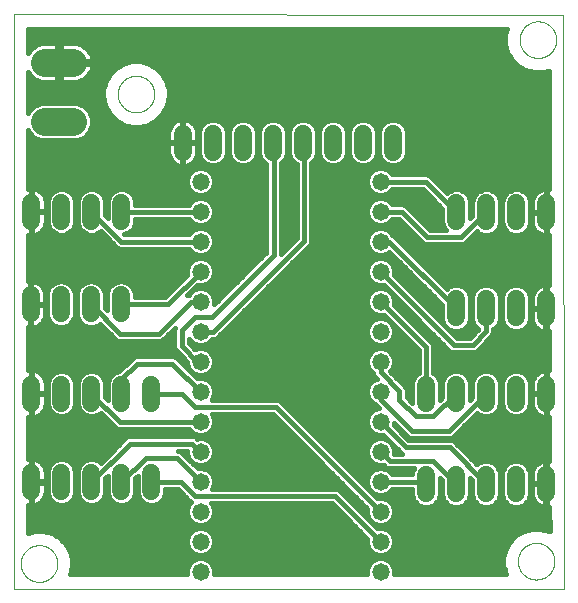
<source format=gtl>
G75*
%MOIN*%
%OFA0B0*%
%FSLAX25Y25*%
%IPPOS*%
%LPD*%
%AMOC8*
5,1,8,0,0,1.08239X$1,22.5*
%
%ADD10C,0.00000*%
%ADD11C,0.06000*%
%ADD12C,0.05800*%
%ADD13C,0.09370*%
%ADD14C,0.01600*%
D10*
X0006767Y0002139D02*
X0006829Y0193509D01*
X0189917Y0193413D01*
X0190175Y0002107D01*
X0006767Y0002139D01*
X0009099Y0010474D02*
X0009101Y0010630D01*
X0009107Y0010786D01*
X0009117Y0010941D01*
X0009131Y0011096D01*
X0009149Y0011251D01*
X0009171Y0011405D01*
X0009196Y0011559D01*
X0009226Y0011712D01*
X0009260Y0011864D01*
X0009297Y0012016D01*
X0009338Y0012166D01*
X0009383Y0012315D01*
X0009432Y0012463D01*
X0009485Y0012610D01*
X0009541Y0012755D01*
X0009601Y0012899D01*
X0009665Y0013041D01*
X0009733Y0013182D01*
X0009804Y0013320D01*
X0009878Y0013457D01*
X0009956Y0013592D01*
X0010037Y0013725D01*
X0010122Y0013856D01*
X0010210Y0013985D01*
X0010301Y0014111D01*
X0010396Y0014235D01*
X0010493Y0014356D01*
X0010594Y0014475D01*
X0010698Y0014592D01*
X0010804Y0014705D01*
X0010914Y0014816D01*
X0011026Y0014924D01*
X0011141Y0015029D01*
X0011259Y0015132D01*
X0011379Y0015231D01*
X0011502Y0015327D01*
X0011627Y0015420D01*
X0011754Y0015509D01*
X0011884Y0015596D01*
X0012016Y0015679D01*
X0012150Y0015758D01*
X0012286Y0015835D01*
X0012424Y0015907D01*
X0012563Y0015977D01*
X0012705Y0016042D01*
X0012848Y0016104D01*
X0012992Y0016162D01*
X0013138Y0016217D01*
X0013286Y0016268D01*
X0013434Y0016315D01*
X0013584Y0016358D01*
X0013735Y0016397D01*
X0013887Y0016433D01*
X0014039Y0016464D01*
X0014193Y0016492D01*
X0014347Y0016516D01*
X0014501Y0016536D01*
X0014656Y0016552D01*
X0014812Y0016564D01*
X0014967Y0016572D01*
X0015123Y0016576D01*
X0015279Y0016576D01*
X0015435Y0016572D01*
X0015590Y0016564D01*
X0015746Y0016552D01*
X0015901Y0016536D01*
X0016055Y0016516D01*
X0016209Y0016492D01*
X0016363Y0016464D01*
X0016515Y0016433D01*
X0016667Y0016397D01*
X0016818Y0016358D01*
X0016968Y0016315D01*
X0017116Y0016268D01*
X0017264Y0016217D01*
X0017410Y0016162D01*
X0017554Y0016104D01*
X0017697Y0016042D01*
X0017839Y0015977D01*
X0017978Y0015907D01*
X0018116Y0015835D01*
X0018252Y0015758D01*
X0018386Y0015679D01*
X0018518Y0015596D01*
X0018648Y0015509D01*
X0018775Y0015420D01*
X0018900Y0015327D01*
X0019023Y0015231D01*
X0019143Y0015132D01*
X0019261Y0015029D01*
X0019376Y0014924D01*
X0019488Y0014816D01*
X0019598Y0014705D01*
X0019704Y0014592D01*
X0019808Y0014475D01*
X0019909Y0014356D01*
X0020006Y0014235D01*
X0020101Y0014111D01*
X0020192Y0013985D01*
X0020280Y0013856D01*
X0020365Y0013725D01*
X0020446Y0013592D01*
X0020524Y0013457D01*
X0020598Y0013320D01*
X0020669Y0013182D01*
X0020737Y0013041D01*
X0020801Y0012899D01*
X0020861Y0012755D01*
X0020917Y0012610D01*
X0020970Y0012463D01*
X0021019Y0012315D01*
X0021064Y0012166D01*
X0021105Y0012016D01*
X0021142Y0011864D01*
X0021176Y0011712D01*
X0021206Y0011559D01*
X0021231Y0011405D01*
X0021253Y0011251D01*
X0021271Y0011096D01*
X0021285Y0010941D01*
X0021295Y0010786D01*
X0021301Y0010630D01*
X0021303Y0010474D01*
X0021301Y0010318D01*
X0021295Y0010162D01*
X0021285Y0010007D01*
X0021271Y0009852D01*
X0021253Y0009697D01*
X0021231Y0009543D01*
X0021206Y0009389D01*
X0021176Y0009236D01*
X0021142Y0009084D01*
X0021105Y0008932D01*
X0021064Y0008782D01*
X0021019Y0008633D01*
X0020970Y0008485D01*
X0020917Y0008338D01*
X0020861Y0008193D01*
X0020801Y0008049D01*
X0020737Y0007907D01*
X0020669Y0007766D01*
X0020598Y0007628D01*
X0020524Y0007491D01*
X0020446Y0007356D01*
X0020365Y0007223D01*
X0020280Y0007092D01*
X0020192Y0006963D01*
X0020101Y0006837D01*
X0020006Y0006713D01*
X0019909Y0006592D01*
X0019808Y0006473D01*
X0019704Y0006356D01*
X0019598Y0006243D01*
X0019488Y0006132D01*
X0019376Y0006024D01*
X0019261Y0005919D01*
X0019143Y0005816D01*
X0019023Y0005717D01*
X0018900Y0005621D01*
X0018775Y0005528D01*
X0018648Y0005439D01*
X0018518Y0005352D01*
X0018386Y0005269D01*
X0018252Y0005190D01*
X0018116Y0005113D01*
X0017978Y0005041D01*
X0017839Y0004971D01*
X0017697Y0004906D01*
X0017554Y0004844D01*
X0017410Y0004786D01*
X0017264Y0004731D01*
X0017116Y0004680D01*
X0016968Y0004633D01*
X0016818Y0004590D01*
X0016667Y0004551D01*
X0016515Y0004515D01*
X0016363Y0004484D01*
X0016209Y0004456D01*
X0016055Y0004432D01*
X0015901Y0004412D01*
X0015746Y0004396D01*
X0015590Y0004384D01*
X0015435Y0004376D01*
X0015279Y0004372D01*
X0015123Y0004372D01*
X0014967Y0004376D01*
X0014812Y0004384D01*
X0014656Y0004396D01*
X0014501Y0004412D01*
X0014347Y0004432D01*
X0014193Y0004456D01*
X0014039Y0004484D01*
X0013887Y0004515D01*
X0013735Y0004551D01*
X0013584Y0004590D01*
X0013434Y0004633D01*
X0013286Y0004680D01*
X0013138Y0004731D01*
X0012992Y0004786D01*
X0012848Y0004844D01*
X0012705Y0004906D01*
X0012563Y0004971D01*
X0012424Y0005041D01*
X0012286Y0005113D01*
X0012150Y0005190D01*
X0012016Y0005269D01*
X0011884Y0005352D01*
X0011754Y0005439D01*
X0011627Y0005528D01*
X0011502Y0005621D01*
X0011379Y0005717D01*
X0011259Y0005816D01*
X0011141Y0005919D01*
X0011026Y0006024D01*
X0010914Y0006132D01*
X0010804Y0006243D01*
X0010698Y0006356D01*
X0010594Y0006473D01*
X0010493Y0006592D01*
X0010396Y0006713D01*
X0010301Y0006837D01*
X0010210Y0006963D01*
X0010122Y0007092D01*
X0010037Y0007223D01*
X0009956Y0007356D01*
X0009878Y0007491D01*
X0009804Y0007628D01*
X0009733Y0007766D01*
X0009665Y0007907D01*
X0009601Y0008049D01*
X0009541Y0008193D01*
X0009485Y0008338D01*
X0009432Y0008485D01*
X0009383Y0008633D01*
X0009338Y0008782D01*
X0009297Y0008932D01*
X0009260Y0009084D01*
X0009226Y0009236D01*
X0009196Y0009389D01*
X0009171Y0009543D01*
X0009149Y0009697D01*
X0009131Y0009852D01*
X0009117Y0010007D01*
X0009107Y0010162D01*
X0009101Y0010318D01*
X0009099Y0010474D01*
X0041414Y0166952D02*
X0041416Y0167108D01*
X0041422Y0167264D01*
X0041432Y0167419D01*
X0041446Y0167574D01*
X0041464Y0167729D01*
X0041486Y0167883D01*
X0041511Y0168037D01*
X0041541Y0168190D01*
X0041575Y0168342D01*
X0041612Y0168494D01*
X0041653Y0168644D01*
X0041698Y0168793D01*
X0041747Y0168941D01*
X0041800Y0169088D01*
X0041856Y0169233D01*
X0041916Y0169377D01*
X0041980Y0169519D01*
X0042048Y0169660D01*
X0042119Y0169798D01*
X0042193Y0169935D01*
X0042271Y0170070D01*
X0042352Y0170203D01*
X0042437Y0170334D01*
X0042525Y0170463D01*
X0042616Y0170589D01*
X0042711Y0170713D01*
X0042808Y0170834D01*
X0042909Y0170953D01*
X0043013Y0171070D01*
X0043119Y0171183D01*
X0043229Y0171294D01*
X0043341Y0171402D01*
X0043456Y0171507D01*
X0043574Y0171610D01*
X0043694Y0171709D01*
X0043817Y0171805D01*
X0043942Y0171898D01*
X0044069Y0171987D01*
X0044199Y0172074D01*
X0044331Y0172157D01*
X0044465Y0172236D01*
X0044601Y0172313D01*
X0044739Y0172385D01*
X0044878Y0172455D01*
X0045020Y0172520D01*
X0045163Y0172582D01*
X0045307Y0172640D01*
X0045453Y0172695D01*
X0045601Y0172746D01*
X0045749Y0172793D01*
X0045899Y0172836D01*
X0046050Y0172875D01*
X0046202Y0172911D01*
X0046354Y0172942D01*
X0046508Y0172970D01*
X0046662Y0172994D01*
X0046816Y0173014D01*
X0046971Y0173030D01*
X0047127Y0173042D01*
X0047282Y0173050D01*
X0047438Y0173054D01*
X0047594Y0173054D01*
X0047750Y0173050D01*
X0047905Y0173042D01*
X0048061Y0173030D01*
X0048216Y0173014D01*
X0048370Y0172994D01*
X0048524Y0172970D01*
X0048678Y0172942D01*
X0048830Y0172911D01*
X0048982Y0172875D01*
X0049133Y0172836D01*
X0049283Y0172793D01*
X0049431Y0172746D01*
X0049579Y0172695D01*
X0049725Y0172640D01*
X0049869Y0172582D01*
X0050012Y0172520D01*
X0050154Y0172455D01*
X0050293Y0172385D01*
X0050431Y0172313D01*
X0050567Y0172236D01*
X0050701Y0172157D01*
X0050833Y0172074D01*
X0050963Y0171987D01*
X0051090Y0171898D01*
X0051215Y0171805D01*
X0051338Y0171709D01*
X0051458Y0171610D01*
X0051576Y0171507D01*
X0051691Y0171402D01*
X0051803Y0171294D01*
X0051913Y0171183D01*
X0052019Y0171070D01*
X0052123Y0170953D01*
X0052224Y0170834D01*
X0052321Y0170713D01*
X0052416Y0170589D01*
X0052507Y0170463D01*
X0052595Y0170334D01*
X0052680Y0170203D01*
X0052761Y0170070D01*
X0052839Y0169935D01*
X0052913Y0169798D01*
X0052984Y0169660D01*
X0053052Y0169519D01*
X0053116Y0169377D01*
X0053176Y0169233D01*
X0053232Y0169088D01*
X0053285Y0168941D01*
X0053334Y0168793D01*
X0053379Y0168644D01*
X0053420Y0168494D01*
X0053457Y0168342D01*
X0053491Y0168190D01*
X0053521Y0168037D01*
X0053546Y0167883D01*
X0053568Y0167729D01*
X0053586Y0167574D01*
X0053600Y0167419D01*
X0053610Y0167264D01*
X0053616Y0167108D01*
X0053618Y0166952D01*
X0053616Y0166796D01*
X0053610Y0166640D01*
X0053600Y0166485D01*
X0053586Y0166330D01*
X0053568Y0166175D01*
X0053546Y0166021D01*
X0053521Y0165867D01*
X0053491Y0165714D01*
X0053457Y0165562D01*
X0053420Y0165410D01*
X0053379Y0165260D01*
X0053334Y0165111D01*
X0053285Y0164963D01*
X0053232Y0164816D01*
X0053176Y0164671D01*
X0053116Y0164527D01*
X0053052Y0164385D01*
X0052984Y0164244D01*
X0052913Y0164106D01*
X0052839Y0163969D01*
X0052761Y0163834D01*
X0052680Y0163701D01*
X0052595Y0163570D01*
X0052507Y0163441D01*
X0052416Y0163315D01*
X0052321Y0163191D01*
X0052224Y0163070D01*
X0052123Y0162951D01*
X0052019Y0162834D01*
X0051913Y0162721D01*
X0051803Y0162610D01*
X0051691Y0162502D01*
X0051576Y0162397D01*
X0051458Y0162294D01*
X0051338Y0162195D01*
X0051215Y0162099D01*
X0051090Y0162006D01*
X0050963Y0161917D01*
X0050833Y0161830D01*
X0050701Y0161747D01*
X0050567Y0161668D01*
X0050431Y0161591D01*
X0050293Y0161519D01*
X0050154Y0161449D01*
X0050012Y0161384D01*
X0049869Y0161322D01*
X0049725Y0161264D01*
X0049579Y0161209D01*
X0049431Y0161158D01*
X0049283Y0161111D01*
X0049133Y0161068D01*
X0048982Y0161029D01*
X0048830Y0160993D01*
X0048678Y0160962D01*
X0048524Y0160934D01*
X0048370Y0160910D01*
X0048216Y0160890D01*
X0048061Y0160874D01*
X0047905Y0160862D01*
X0047750Y0160854D01*
X0047594Y0160850D01*
X0047438Y0160850D01*
X0047282Y0160854D01*
X0047127Y0160862D01*
X0046971Y0160874D01*
X0046816Y0160890D01*
X0046662Y0160910D01*
X0046508Y0160934D01*
X0046354Y0160962D01*
X0046202Y0160993D01*
X0046050Y0161029D01*
X0045899Y0161068D01*
X0045749Y0161111D01*
X0045601Y0161158D01*
X0045453Y0161209D01*
X0045307Y0161264D01*
X0045163Y0161322D01*
X0045020Y0161384D01*
X0044878Y0161449D01*
X0044739Y0161519D01*
X0044601Y0161591D01*
X0044465Y0161668D01*
X0044331Y0161747D01*
X0044199Y0161830D01*
X0044069Y0161917D01*
X0043942Y0162006D01*
X0043817Y0162099D01*
X0043694Y0162195D01*
X0043574Y0162294D01*
X0043456Y0162397D01*
X0043341Y0162502D01*
X0043229Y0162610D01*
X0043119Y0162721D01*
X0043013Y0162834D01*
X0042909Y0162951D01*
X0042808Y0163070D01*
X0042711Y0163191D01*
X0042616Y0163315D01*
X0042525Y0163441D01*
X0042437Y0163570D01*
X0042352Y0163701D01*
X0042271Y0163834D01*
X0042193Y0163969D01*
X0042119Y0164106D01*
X0042048Y0164244D01*
X0041980Y0164385D01*
X0041916Y0164527D01*
X0041856Y0164671D01*
X0041800Y0164816D01*
X0041747Y0164963D01*
X0041698Y0165111D01*
X0041653Y0165260D01*
X0041612Y0165410D01*
X0041575Y0165562D01*
X0041541Y0165714D01*
X0041511Y0165867D01*
X0041486Y0166021D01*
X0041464Y0166175D01*
X0041446Y0166330D01*
X0041432Y0166485D01*
X0041422Y0166640D01*
X0041416Y0166796D01*
X0041414Y0166952D01*
X0175386Y0185093D02*
X0175388Y0185249D01*
X0175394Y0185405D01*
X0175404Y0185560D01*
X0175418Y0185715D01*
X0175436Y0185870D01*
X0175458Y0186024D01*
X0175483Y0186178D01*
X0175513Y0186331D01*
X0175547Y0186483D01*
X0175584Y0186635D01*
X0175625Y0186785D01*
X0175670Y0186934D01*
X0175719Y0187082D01*
X0175772Y0187229D01*
X0175828Y0187374D01*
X0175888Y0187518D01*
X0175952Y0187660D01*
X0176020Y0187801D01*
X0176091Y0187939D01*
X0176165Y0188076D01*
X0176243Y0188211D01*
X0176324Y0188344D01*
X0176409Y0188475D01*
X0176497Y0188604D01*
X0176588Y0188730D01*
X0176683Y0188854D01*
X0176780Y0188975D01*
X0176881Y0189094D01*
X0176985Y0189211D01*
X0177091Y0189324D01*
X0177201Y0189435D01*
X0177313Y0189543D01*
X0177428Y0189648D01*
X0177546Y0189751D01*
X0177666Y0189850D01*
X0177789Y0189946D01*
X0177914Y0190039D01*
X0178041Y0190128D01*
X0178171Y0190215D01*
X0178303Y0190298D01*
X0178437Y0190377D01*
X0178573Y0190454D01*
X0178711Y0190526D01*
X0178850Y0190596D01*
X0178992Y0190661D01*
X0179135Y0190723D01*
X0179279Y0190781D01*
X0179425Y0190836D01*
X0179573Y0190887D01*
X0179721Y0190934D01*
X0179871Y0190977D01*
X0180022Y0191016D01*
X0180174Y0191052D01*
X0180326Y0191083D01*
X0180480Y0191111D01*
X0180634Y0191135D01*
X0180788Y0191155D01*
X0180943Y0191171D01*
X0181099Y0191183D01*
X0181254Y0191191D01*
X0181410Y0191195D01*
X0181566Y0191195D01*
X0181722Y0191191D01*
X0181877Y0191183D01*
X0182033Y0191171D01*
X0182188Y0191155D01*
X0182342Y0191135D01*
X0182496Y0191111D01*
X0182650Y0191083D01*
X0182802Y0191052D01*
X0182954Y0191016D01*
X0183105Y0190977D01*
X0183255Y0190934D01*
X0183403Y0190887D01*
X0183551Y0190836D01*
X0183697Y0190781D01*
X0183841Y0190723D01*
X0183984Y0190661D01*
X0184126Y0190596D01*
X0184265Y0190526D01*
X0184403Y0190454D01*
X0184539Y0190377D01*
X0184673Y0190298D01*
X0184805Y0190215D01*
X0184935Y0190128D01*
X0185062Y0190039D01*
X0185187Y0189946D01*
X0185310Y0189850D01*
X0185430Y0189751D01*
X0185548Y0189648D01*
X0185663Y0189543D01*
X0185775Y0189435D01*
X0185885Y0189324D01*
X0185991Y0189211D01*
X0186095Y0189094D01*
X0186196Y0188975D01*
X0186293Y0188854D01*
X0186388Y0188730D01*
X0186479Y0188604D01*
X0186567Y0188475D01*
X0186652Y0188344D01*
X0186733Y0188211D01*
X0186811Y0188076D01*
X0186885Y0187939D01*
X0186956Y0187801D01*
X0187024Y0187660D01*
X0187088Y0187518D01*
X0187148Y0187374D01*
X0187204Y0187229D01*
X0187257Y0187082D01*
X0187306Y0186934D01*
X0187351Y0186785D01*
X0187392Y0186635D01*
X0187429Y0186483D01*
X0187463Y0186331D01*
X0187493Y0186178D01*
X0187518Y0186024D01*
X0187540Y0185870D01*
X0187558Y0185715D01*
X0187572Y0185560D01*
X0187582Y0185405D01*
X0187588Y0185249D01*
X0187590Y0185093D01*
X0187588Y0184937D01*
X0187582Y0184781D01*
X0187572Y0184626D01*
X0187558Y0184471D01*
X0187540Y0184316D01*
X0187518Y0184162D01*
X0187493Y0184008D01*
X0187463Y0183855D01*
X0187429Y0183703D01*
X0187392Y0183551D01*
X0187351Y0183401D01*
X0187306Y0183252D01*
X0187257Y0183104D01*
X0187204Y0182957D01*
X0187148Y0182812D01*
X0187088Y0182668D01*
X0187024Y0182526D01*
X0186956Y0182385D01*
X0186885Y0182247D01*
X0186811Y0182110D01*
X0186733Y0181975D01*
X0186652Y0181842D01*
X0186567Y0181711D01*
X0186479Y0181582D01*
X0186388Y0181456D01*
X0186293Y0181332D01*
X0186196Y0181211D01*
X0186095Y0181092D01*
X0185991Y0180975D01*
X0185885Y0180862D01*
X0185775Y0180751D01*
X0185663Y0180643D01*
X0185548Y0180538D01*
X0185430Y0180435D01*
X0185310Y0180336D01*
X0185187Y0180240D01*
X0185062Y0180147D01*
X0184935Y0180058D01*
X0184805Y0179971D01*
X0184673Y0179888D01*
X0184539Y0179809D01*
X0184403Y0179732D01*
X0184265Y0179660D01*
X0184126Y0179590D01*
X0183984Y0179525D01*
X0183841Y0179463D01*
X0183697Y0179405D01*
X0183551Y0179350D01*
X0183403Y0179299D01*
X0183255Y0179252D01*
X0183105Y0179209D01*
X0182954Y0179170D01*
X0182802Y0179134D01*
X0182650Y0179103D01*
X0182496Y0179075D01*
X0182342Y0179051D01*
X0182188Y0179031D01*
X0182033Y0179015D01*
X0181877Y0179003D01*
X0181722Y0178995D01*
X0181566Y0178991D01*
X0181410Y0178991D01*
X0181254Y0178995D01*
X0181099Y0179003D01*
X0180943Y0179015D01*
X0180788Y0179031D01*
X0180634Y0179051D01*
X0180480Y0179075D01*
X0180326Y0179103D01*
X0180174Y0179134D01*
X0180022Y0179170D01*
X0179871Y0179209D01*
X0179721Y0179252D01*
X0179573Y0179299D01*
X0179425Y0179350D01*
X0179279Y0179405D01*
X0179135Y0179463D01*
X0178992Y0179525D01*
X0178850Y0179590D01*
X0178711Y0179660D01*
X0178573Y0179732D01*
X0178437Y0179809D01*
X0178303Y0179888D01*
X0178171Y0179971D01*
X0178041Y0180058D01*
X0177914Y0180147D01*
X0177789Y0180240D01*
X0177666Y0180336D01*
X0177546Y0180435D01*
X0177428Y0180538D01*
X0177313Y0180643D01*
X0177201Y0180751D01*
X0177091Y0180862D01*
X0176985Y0180975D01*
X0176881Y0181092D01*
X0176780Y0181211D01*
X0176683Y0181332D01*
X0176588Y0181456D01*
X0176497Y0181582D01*
X0176409Y0181711D01*
X0176324Y0181842D01*
X0176243Y0181975D01*
X0176165Y0182110D01*
X0176091Y0182247D01*
X0176020Y0182385D01*
X0175952Y0182526D01*
X0175888Y0182668D01*
X0175828Y0182812D01*
X0175772Y0182957D01*
X0175719Y0183104D01*
X0175670Y0183252D01*
X0175625Y0183401D01*
X0175584Y0183551D01*
X0175547Y0183703D01*
X0175513Y0183855D01*
X0175483Y0184008D01*
X0175458Y0184162D01*
X0175436Y0184316D01*
X0175418Y0184471D01*
X0175404Y0184626D01*
X0175394Y0184781D01*
X0175388Y0184937D01*
X0175386Y0185093D01*
X0174808Y0011246D02*
X0174810Y0011402D01*
X0174816Y0011558D01*
X0174826Y0011713D01*
X0174840Y0011868D01*
X0174858Y0012023D01*
X0174880Y0012177D01*
X0174905Y0012331D01*
X0174935Y0012484D01*
X0174969Y0012636D01*
X0175006Y0012788D01*
X0175047Y0012938D01*
X0175092Y0013087D01*
X0175141Y0013235D01*
X0175194Y0013382D01*
X0175250Y0013527D01*
X0175310Y0013671D01*
X0175374Y0013813D01*
X0175442Y0013954D01*
X0175513Y0014092D01*
X0175587Y0014229D01*
X0175665Y0014364D01*
X0175746Y0014497D01*
X0175831Y0014628D01*
X0175919Y0014757D01*
X0176010Y0014883D01*
X0176105Y0015007D01*
X0176202Y0015128D01*
X0176303Y0015247D01*
X0176407Y0015364D01*
X0176513Y0015477D01*
X0176623Y0015588D01*
X0176735Y0015696D01*
X0176850Y0015801D01*
X0176968Y0015904D01*
X0177088Y0016003D01*
X0177211Y0016099D01*
X0177336Y0016192D01*
X0177463Y0016281D01*
X0177593Y0016368D01*
X0177725Y0016451D01*
X0177859Y0016530D01*
X0177995Y0016607D01*
X0178133Y0016679D01*
X0178272Y0016749D01*
X0178414Y0016814D01*
X0178557Y0016876D01*
X0178701Y0016934D01*
X0178847Y0016989D01*
X0178995Y0017040D01*
X0179143Y0017087D01*
X0179293Y0017130D01*
X0179444Y0017169D01*
X0179596Y0017205D01*
X0179748Y0017236D01*
X0179902Y0017264D01*
X0180056Y0017288D01*
X0180210Y0017308D01*
X0180365Y0017324D01*
X0180521Y0017336D01*
X0180676Y0017344D01*
X0180832Y0017348D01*
X0180988Y0017348D01*
X0181144Y0017344D01*
X0181299Y0017336D01*
X0181455Y0017324D01*
X0181610Y0017308D01*
X0181764Y0017288D01*
X0181918Y0017264D01*
X0182072Y0017236D01*
X0182224Y0017205D01*
X0182376Y0017169D01*
X0182527Y0017130D01*
X0182677Y0017087D01*
X0182825Y0017040D01*
X0182973Y0016989D01*
X0183119Y0016934D01*
X0183263Y0016876D01*
X0183406Y0016814D01*
X0183548Y0016749D01*
X0183687Y0016679D01*
X0183825Y0016607D01*
X0183961Y0016530D01*
X0184095Y0016451D01*
X0184227Y0016368D01*
X0184357Y0016281D01*
X0184484Y0016192D01*
X0184609Y0016099D01*
X0184732Y0016003D01*
X0184852Y0015904D01*
X0184970Y0015801D01*
X0185085Y0015696D01*
X0185197Y0015588D01*
X0185307Y0015477D01*
X0185413Y0015364D01*
X0185517Y0015247D01*
X0185618Y0015128D01*
X0185715Y0015007D01*
X0185810Y0014883D01*
X0185901Y0014757D01*
X0185989Y0014628D01*
X0186074Y0014497D01*
X0186155Y0014364D01*
X0186233Y0014229D01*
X0186307Y0014092D01*
X0186378Y0013954D01*
X0186446Y0013813D01*
X0186510Y0013671D01*
X0186570Y0013527D01*
X0186626Y0013382D01*
X0186679Y0013235D01*
X0186728Y0013087D01*
X0186773Y0012938D01*
X0186814Y0012788D01*
X0186851Y0012636D01*
X0186885Y0012484D01*
X0186915Y0012331D01*
X0186940Y0012177D01*
X0186962Y0012023D01*
X0186980Y0011868D01*
X0186994Y0011713D01*
X0187004Y0011558D01*
X0187010Y0011402D01*
X0187012Y0011246D01*
X0187010Y0011090D01*
X0187004Y0010934D01*
X0186994Y0010779D01*
X0186980Y0010624D01*
X0186962Y0010469D01*
X0186940Y0010315D01*
X0186915Y0010161D01*
X0186885Y0010008D01*
X0186851Y0009856D01*
X0186814Y0009704D01*
X0186773Y0009554D01*
X0186728Y0009405D01*
X0186679Y0009257D01*
X0186626Y0009110D01*
X0186570Y0008965D01*
X0186510Y0008821D01*
X0186446Y0008679D01*
X0186378Y0008538D01*
X0186307Y0008400D01*
X0186233Y0008263D01*
X0186155Y0008128D01*
X0186074Y0007995D01*
X0185989Y0007864D01*
X0185901Y0007735D01*
X0185810Y0007609D01*
X0185715Y0007485D01*
X0185618Y0007364D01*
X0185517Y0007245D01*
X0185413Y0007128D01*
X0185307Y0007015D01*
X0185197Y0006904D01*
X0185085Y0006796D01*
X0184970Y0006691D01*
X0184852Y0006588D01*
X0184732Y0006489D01*
X0184609Y0006393D01*
X0184484Y0006300D01*
X0184357Y0006211D01*
X0184227Y0006124D01*
X0184095Y0006041D01*
X0183961Y0005962D01*
X0183825Y0005885D01*
X0183687Y0005813D01*
X0183548Y0005743D01*
X0183406Y0005678D01*
X0183263Y0005616D01*
X0183119Y0005558D01*
X0182973Y0005503D01*
X0182825Y0005452D01*
X0182677Y0005405D01*
X0182527Y0005362D01*
X0182376Y0005323D01*
X0182224Y0005287D01*
X0182072Y0005256D01*
X0181918Y0005228D01*
X0181764Y0005204D01*
X0181610Y0005184D01*
X0181455Y0005168D01*
X0181299Y0005156D01*
X0181144Y0005148D01*
X0180988Y0005144D01*
X0180832Y0005144D01*
X0180676Y0005148D01*
X0180521Y0005156D01*
X0180365Y0005168D01*
X0180210Y0005184D01*
X0180056Y0005204D01*
X0179902Y0005228D01*
X0179748Y0005256D01*
X0179596Y0005287D01*
X0179444Y0005323D01*
X0179293Y0005362D01*
X0179143Y0005405D01*
X0178995Y0005452D01*
X0178847Y0005503D01*
X0178701Y0005558D01*
X0178557Y0005616D01*
X0178414Y0005678D01*
X0178272Y0005743D01*
X0178133Y0005813D01*
X0177995Y0005885D01*
X0177859Y0005962D01*
X0177725Y0006041D01*
X0177593Y0006124D01*
X0177463Y0006211D01*
X0177336Y0006300D01*
X0177211Y0006393D01*
X0177088Y0006489D01*
X0176968Y0006588D01*
X0176850Y0006691D01*
X0176735Y0006796D01*
X0176623Y0006904D01*
X0176513Y0007015D01*
X0176407Y0007128D01*
X0176303Y0007245D01*
X0176202Y0007364D01*
X0176105Y0007485D01*
X0176010Y0007609D01*
X0175919Y0007735D01*
X0175831Y0007864D01*
X0175746Y0007995D01*
X0175665Y0008128D01*
X0175587Y0008263D01*
X0175513Y0008400D01*
X0175442Y0008538D01*
X0175374Y0008679D01*
X0175310Y0008821D01*
X0175250Y0008965D01*
X0175194Y0009110D01*
X0175141Y0009257D01*
X0175092Y0009405D01*
X0175047Y0009554D01*
X0175006Y0009704D01*
X0174969Y0009856D01*
X0174935Y0010008D01*
X0174905Y0010161D01*
X0174880Y0010315D01*
X0174858Y0010469D01*
X0174840Y0010624D01*
X0174826Y0010779D01*
X0174816Y0010934D01*
X0174810Y0011090D01*
X0174808Y0011246D01*
D11*
X0174195Y0034046D02*
X0174195Y0040046D01*
X0164195Y0040046D02*
X0164195Y0034046D01*
X0154195Y0034046D02*
X0154195Y0040046D01*
X0144195Y0040046D02*
X0144195Y0034046D01*
X0144214Y0064130D02*
X0144214Y0070130D01*
X0154214Y0070130D02*
X0154214Y0064130D01*
X0164214Y0064130D02*
X0164214Y0070130D01*
X0174214Y0070130D02*
X0174214Y0064130D01*
X0184214Y0064130D02*
X0184214Y0070130D01*
X0184167Y0092596D02*
X0184167Y0098596D01*
X0174167Y0098596D02*
X0174167Y0092596D01*
X0164167Y0092596D02*
X0164167Y0098596D01*
X0154167Y0098596D02*
X0154167Y0092596D01*
X0154263Y0124608D02*
X0154263Y0130608D01*
X0164263Y0130608D02*
X0164263Y0124608D01*
X0174263Y0124608D02*
X0174263Y0130608D01*
X0184263Y0130608D02*
X0184263Y0124608D01*
X0133128Y0147777D02*
X0133128Y0153777D01*
X0123128Y0153777D02*
X0123128Y0147777D01*
X0113128Y0147777D02*
X0113128Y0153777D01*
X0103128Y0153777D02*
X0103128Y0147777D01*
X0093128Y0147777D02*
X0093128Y0153777D01*
X0083128Y0153777D02*
X0083128Y0147777D01*
X0073128Y0147777D02*
X0073128Y0153777D01*
X0063128Y0153777D02*
X0063128Y0147777D01*
X0042657Y0130740D02*
X0042657Y0124740D01*
X0032657Y0124740D02*
X0032657Y0130740D01*
X0022657Y0130740D02*
X0022657Y0124740D01*
X0012657Y0124740D02*
X0012657Y0130740D01*
X0012427Y0099894D02*
X0012427Y0093894D01*
X0022427Y0093894D02*
X0022427Y0099894D01*
X0032427Y0099894D02*
X0032427Y0093894D01*
X0042427Y0093894D02*
X0042427Y0099894D01*
X0042659Y0070145D02*
X0042659Y0064145D01*
X0052659Y0064145D02*
X0052659Y0070145D01*
X0032659Y0070145D02*
X0032659Y0064145D01*
X0022659Y0064145D02*
X0022659Y0070145D01*
X0012659Y0070145D02*
X0012659Y0064145D01*
X0012639Y0040629D02*
X0012639Y0034629D01*
X0022639Y0034629D02*
X0022639Y0040629D01*
X0032639Y0040629D02*
X0032639Y0034629D01*
X0042639Y0034629D02*
X0042639Y0040629D01*
X0052639Y0040629D02*
X0052639Y0034629D01*
X0184195Y0034046D02*
X0184195Y0040046D01*
D12*
X0129015Y0037753D03*
X0129015Y0027753D03*
X0129015Y0017753D03*
X0129015Y0007753D03*
X0129015Y0047753D03*
X0129015Y0057753D03*
X0129015Y0067753D03*
X0129015Y0077753D03*
X0129015Y0087753D03*
X0129015Y0097753D03*
X0129015Y0107753D03*
X0129015Y0117753D03*
X0129015Y0127753D03*
X0129015Y0137753D03*
X0069015Y0137753D03*
X0069015Y0127753D03*
X0069015Y0117753D03*
X0069015Y0107753D03*
X0069015Y0097753D03*
X0069015Y0087753D03*
X0069015Y0077753D03*
X0069015Y0067753D03*
X0069015Y0057753D03*
X0069015Y0047753D03*
X0069015Y0037753D03*
X0069015Y0027753D03*
X0069015Y0017753D03*
X0069015Y0007753D03*
D13*
X0026583Y0157798D02*
X0017213Y0157798D01*
X0017213Y0177483D02*
X0026583Y0177483D01*
D14*
X0022476Y0177975D02*
X0173188Y0177975D01*
X0172764Y0178399D02*
X0174794Y0176369D01*
X0177280Y0174934D01*
X0180053Y0174191D01*
X0182924Y0174191D01*
X0185142Y0174785D01*
X0185195Y0135320D01*
X0184641Y0135408D01*
X0184463Y0135408D01*
X0184463Y0127808D01*
X0184063Y0127808D01*
X0184063Y0127408D01*
X0184463Y0127408D01*
X0184463Y0119808D01*
X0184641Y0119808D01*
X0185216Y0119899D01*
X0185238Y0103286D01*
X0184545Y0103396D01*
X0184367Y0103396D01*
X0184367Y0095796D01*
X0183967Y0095796D01*
X0183967Y0103396D01*
X0183789Y0103396D01*
X0183043Y0103278D01*
X0182324Y0103044D01*
X0181651Y0102701D01*
X0181040Y0102257D01*
X0180506Y0101723D01*
X0180062Y0101112D01*
X0179719Y0100438D01*
X0179485Y0099720D01*
X0179367Y0098974D01*
X0179367Y0095796D01*
X0183967Y0095796D01*
X0183967Y0095396D01*
X0179367Y0095396D01*
X0179367Y0092218D01*
X0179485Y0091472D01*
X0179719Y0090753D01*
X0180062Y0090080D01*
X0180506Y0089469D01*
X0181040Y0088935D01*
X0181651Y0088491D01*
X0182324Y0088147D01*
X0183043Y0087914D01*
X0183789Y0087796D01*
X0183967Y0087796D01*
X0183967Y0095396D01*
X0184367Y0095396D01*
X0184367Y0087796D01*
X0184545Y0087796D01*
X0185259Y0087909D01*
X0185277Y0074821D01*
X0184592Y0074930D01*
X0184414Y0074930D01*
X0184414Y0067330D01*
X0184014Y0067330D01*
X0184014Y0074930D01*
X0183836Y0074930D01*
X0183090Y0074812D01*
X0182371Y0074578D01*
X0181698Y0074235D01*
X0181087Y0073791D01*
X0180553Y0073257D01*
X0180108Y0072646D01*
X0179765Y0071973D01*
X0179532Y0071254D01*
X0179414Y0070508D01*
X0179414Y0067330D01*
X0184014Y0067330D01*
X0184014Y0066930D01*
X0184414Y0066930D01*
X0184414Y0059330D01*
X0184592Y0059330D01*
X0185298Y0059442D01*
X0185318Y0044728D01*
X0184573Y0044846D01*
X0184395Y0044846D01*
X0184395Y0037246D01*
X0183995Y0037246D01*
X0183995Y0036846D01*
X0179395Y0036846D01*
X0179395Y0033669D01*
X0179514Y0032922D01*
X0179747Y0032204D01*
X0180090Y0031531D01*
X0180534Y0030919D01*
X0181068Y0030385D01*
X0181680Y0029941D01*
X0182353Y0029598D01*
X0183071Y0029365D01*
X0183818Y0029246D01*
X0183995Y0029246D01*
X0183995Y0036846D01*
X0184395Y0036846D01*
X0184395Y0029246D01*
X0184573Y0029246D01*
X0185319Y0029365D01*
X0185338Y0029371D01*
X0185349Y0021272D01*
X0185118Y0021406D01*
X0182345Y0022149D01*
X0179474Y0022149D01*
X0176701Y0021406D01*
X0174215Y0019970D01*
X0172186Y0017941D01*
X0170750Y0015454D01*
X0170007Y0012682D01*
X0170007Y0009811D01*
X0170750Y0007038D01*
X0170824Y0006911D01*
X0133515Y0006917D01*
X0133515Y0008648D01*
X0132830Y0010302D01*
X0131564Y0011568D01*
X0129910Y0012253D01*
X0128120Y0012253D01*
X0126466Y0011568D01*
X0125200Y0010302D01*
X0124515Y0008648D01*
X0124515Y0006919D01*
X0073515Y0006927D01*
X0073515Y0008648D01*
X0072830Y0010302D01*
X0071564Y0011568D01*
X0069910Y0012253D01*
X0068120Y0012253D01*
X0066466Y0011568D01*
X0065200Y0010302D01*
X0064515Y0008648D01*
X0064515Y0006929D01*
X0025540Y0006935D01*
X0026103Y0009038D01*
X0026103Y0011909D01*
X0025360Y0014682D01*
X0023925Y0017168D01*
X0021895Y0019198D01*
X0019409Y0020633D01*
X0016636Y0021376D01*
X0013766Y0021376D01*
X0011573Y0020788D01*
X0011576Y0029938D01*
X0012262Y0029829D01*
X0012439Y0029829D01*
X0012439Y0037429D01*
X0012839Y0037429D01*
X0012839Y0029829D01*
X0013017Y0029829D01*
X0013763Y0029947D01*
X0014482Y0030181D01*
X0015155Y0030524D01*
X0015766Y0030968D01*
X0016301Y0031502D01*
X0016745Y0032113D01*
X0017088Y0032786D01*
X0017321Y0033505D01*
X0017439Y0034251D01*
X0017439Y0037429D01*
X0012840Y0037429D01*
X0012840Y0037829D01*
X0017439Y0037829D01*
X0017439Y0041007D01*
X0017321Y0041753D01*
X0017088Y0042471D01*
X0016745Y0043145D01*
X0016301Y0043756D01*
X0015766Y0044290D01*
X0015155Y0044734D01*
X0014482Y0045077D01*
X0013763Y0045311D01*
X0013017Y0045429D01*
X0012839Y0045429D01*
X0012839Y0037829D01*
X0012439Y0037829D01*
X0012439Y0045429D01*
X0012262Y0045429D01*
X0011581Y0045321D01*
X0011585Y0059455D01*
X0012281Y0059345D01*
X0012459Y0059345D01*
X0012459Y0066945D01*
X0012859Y0066945D01*
X0012859Y0067345D01*
X0017459Y0067345D01*
X0017459Y0070523D01*
X0017340Y0071269D01*
X0017107Y0071988D01*
X0016764Y0072661D01*
X0016320Y0073272D01*
X0015786Y0073806D01*
X0015174Y0074251D01*
X0014501Y0074594D01*
X0013783Y0074827D01*
X0013036Y0074945D01*
X0012859Y0074945D01*
X0012859Y0067345D01*
X0012459Y0067345D01*
X0012459Y0074945D01*
X0012281Y0074945D01*
X0011590Y0074836D01*
X0011595Y0089166D01*
X0012050Y0089094D01*
X0012227Y0089094D01*
X0012227Y0096694D01*
X0012627Y0096694D01*
X0012627Y0089094D01*
X0012805Y0089094D01*
X0013551Y0089213D01*
X0014270Y0089446D01*
X0014943Y0089789D01*
X0015554Y0090233D01*
X0016089Y0090767D01*
X0016533Y0091379D01*
X0016876Y0092052D01*
X0017109Y0092770D01*
X0017227Y0093517D01*
X0017227Y0096694D01*
X0012627Y0096694D01*
X0012627Y0097094D01*
X0017227Y0097094D01*
X0017227Y0100272D01*
X0017109Y0101018D01*
X0016876Y0101737D01*
X0016533Y0102410D01*
X0016089Y0103021D01*
X0015554Y0103556D01*
X0014943Y0104000D01*
X0014270Y0104343D01*
X0013551Y0104576D01*
X0012805Y0104694D01*
X0012627Y0104694D01*
X0012627Y0097095D01*
X0012227Y0097095D01*
X0012227Y0104694D01*
X0012050Y0104694D01*
X0011600Y0104623D01*
X0011605Y0120047D01*
X0012279Y0119940D01*
X0012457Y0119940D01*
X0012457Y0127540D01*
X0012857Y0127540D01*
X0012857Y0119940D01*
X0013035Y0119940D01*
X0013781Y0120058D01*
X0014500Y0120291D01*
X0015173Y0120634D01*
X0015784Y0121079D01*
X0016318Y0121613D01*
X0016763Y0122224D01*
X0017106Y0122897D01*
X0017339Y0123616D01*
X0017457Y0124362D01*
X0017457Y0127540D01*
X0012857Y0127540D01*
X0012857Y0127940D01*
X0012457Y0127940D01*
X0012457Y0135540D01*
X0012279Y0135540D01*
X0011610Y0135434D01*
X0011616Y0154885D01*
X0011884Y0154238D01*
X0013652Y0152470D01*
X0015962Y0151513D01*
X0027833Y0151513D01*
X0030143Y0152470D01*
X0031911Y0154238D01*
X0032868Y0156548D01*
X0032868Y0159048D01*
X0031911Y0161358D01*
X0030143Y0163126D01*
X0027833Y0164083D01*
X0015962Y0164083D01*
X0013652Y0163126D01*
X0011884Y0161358D01*
X0011618Y0160715D01*
X0011623Y0174195D01*
X0011809Y0173872D01*
X0012326Y0173198D01*
X0012928Y0172597D01*
X0013602Y0172079D01*
X0014338Y0171654D01*
X0015124Y0171329D01*
X0015945Y0171109D01*
X0016788Y0170998D01*
X0021320Y0170998D01*
X0021320Y0176905D01*
X0022476Y0176905D01*
X0022476Y0178061D01*
X0033048Y0178061D01*
X0032957Y0178751D01*
X0032737Y0179572D01*
X0032411Y0180357D01*
X0031986Y0181093D01*
X0031469Y0181768D01*
X0030868Y0182369D01*
X0030193Y0182887D01*
X0029457Y0183312D01*
X0028672Y0183637D01*
X0027851Y0183857D01*
X0027008Y0183968D01*
X0022476Y0183968D01*
X0022476Y0178061D01*
X0021320Y0178061D01*
X0021320Y0183968D01*
X0016788Y0183968D01*
X0015945Y0183857D01*
X0015124Y0183637D01*
X0014338Y0183312D01*
X0013602Y0182887D01*
X0012928Y0182369D01*
X0012326Y0181768D01*
X0011809Y0181093D01*
X0011625Y0180774D01*
X0011627Y0188706D01*
X0171147Y0188623D01*
X0170586Y0186528D01*
X0170586Y0183658D01*
X0171329Y0180885D01*
X0172764Y0178399D01*
X0172086Y0179573D02*
X0032736Y0179573D01*
X0031926Y0181172D02*
X0171252Y0181172D01*
X0170824Y0182770D02*
X0030345Y0182770D01*
X0033048Y0176905D02*
X0022476Y0176905D01*
X0022476Y0170998D01*
X0027008Y0170998D01*
X0027851Y0171109D01*
X0028672Y0171329D01*
X0029457Y0171654D01*
X0030193Y0172079D01*
X0030868Y0172597D01*
X0031469Y0173198D01*
X0031986Y0173872D01*
X0032411Y0174608D01*
X0032737Y0175394D01*
X0032957Y0176215D01*
X0033048Y0176905D01*
X0032978Y0176376D02*
X0042034Y0176376D01*
X0040822Y0175676D02*
X0038792Y0173647D01*
X0037356Y0171161D01*
X0036613Y0168388D01*
X0036613Y0165517D01*
X0037356Y0162744D01*
X0038792Y0160258D01*
X0040822Y0158228D01*
X0043308Y0156793D01*
X0046080Y0156050D01*
X0048951Y0156050D01*
X0051724Y0156793D01*
X0054210Y0158228D01*
X0056240Y0160258D01*
X0057675Y0162744D01*
X0058418Y0165517D01*
X0058418Y0168388D01*
X0057675Y0171161D01*
X0056240Y0173647D01*
X0054210Y0175676D01*
X0051724Y0177112D01*
X0048951Y0177855D01*
X0046080Y0177855D01*
X0043308Y0177112D01*
X0040822Y0175676D01*
X0039923Y0174778D02*
X0032482Y0174778D01*
X0031450Y0173179D02*
X0038522Y0173179D01*
X0037599Y0171581D02*
X0029280Y0171581D01*
X0022476Y0171581D02*
X0021320Y0171581D01*
X0021320Y0173179D02*
X0022476Y0173179D01*
X0022476Y0174778D02*
X0021320Y0174778D01*
X0021320Y0176376D02*
X0022476Y0176376D01*
X0022476Y0179573D02*
X0021320Y0179573D01*
X0021320Y0181172D02*
X0022476Y0181172D01*
X0022476Y0182770D02*
X0021320Y0182770D01*
X0013451Y0182770D02*
X0011625Y0182770D01*
X0011625Y0181172D02*
X0011869Y0181172D01*
X0011626Y0184369D02*
X0170586Y0184369D01*
X0170586Y0185967D02*
X0011626Y0185967D01*
X0011627Y0187566D02*
X0170864Y0187566D01*
X0174787Y0176376D02*
X0052998Y0176376D01*
X0055109Y0174778D02*
X0177861Y0174778D01*
X0185115Y0174778D02*
X0185142Y0174778D01*
X0185144Y0173179D02*
X0056510Y0173179D01*
X0057432Y0171581D02*
X0185146Y0171581D01*
X0185148Y0169982D02*
X0057991Y0169982D01*
X0058418Y0168384D02*
X0185150Y0168384D01*
X0185153Y0166785D02*
X0058418Y0166785D01*
X0058330Y0165187D02*
X0185155Y0165187D01*
X0185157Y0163588D02*
X0057901Y0163588D01*
X0057240Y0161990D02*
X0185159Y0161990D01*
X0185161Y0160391D02*
X0056317Y0160391D01*
X0054774Y0158793D02*
X0185163Y0158793D01*
X0185166Y0157194D02*
X0136216Y0157194D01*
X0135734Y0157677D02*
X0134043Y0158377D01*
X0132213Y0158377D01*
X0130522Y0157677D01*
X0129228Y0156383D01*
X0128528Y0154692D01*
X0128528Y0146862D01*
X0129228Y0145172D01*
X0130522Y0143878D01*
X0132213Y0143177D01*
X0134043Y0143177D01*
X0135734Y0143878D01*
X0137028Y0145172D01*
X0137728Y0146862D01*
X0137728Y0154692D01*
X0137028Y0156383D01*
X0135734Y0157677D01*
X0137354Y0155596D02*
X0185168Y0155596D01*
X0185170Y0153997D02*
X0137728Y0153997D01*
X0137728Y0152399D02*
X0185172Y0152399D01*
X0185174Y0150800D02*
X0137728Y0150800D01*
X0137728Y0149202D02*
X0185176Y0149202D01*
X0185179Y0147603D02*
X0137728Y0147603D01*
X0137373Y0146005D02*
X0185181Y0146005D01*
X0185183Y0144406D02*
X0136262Y0144406D01*
X0132830Y0140302D02*
X0132891Y0140153D01*
X0144595Y0140153D01*
X0145477Y0139788D01*
X0151207Y0134058D01*
X0151657Y0134508D01*
X0153348Y0135208D01*
X0155178Y0135208D01*
X0156869Y0134508D01*
X0158163Y0133214D01*
X0158863Y0131523D01*
X0158863Y0125602D01*
X0159663Y0126402D01*
X0159663Y0131523D01*
X0160363Y0133214D01*
X0161657Y0134508D01*
X0163348Y0135208D01*
X0165178Y0135208D01*
X0166869Y0134508D01*
X0168163Y0133214D01*
X0168863Y0131523D01*
X0168863Y0123693D01*
X0168163Y0122002D01*
X0166869Y0120708D01*
X0165178Y0120008D01*
X0163348Y0120008D01*
X0161657Y0120708D01*
X0161207Y0121158D01*
X0157271Y0117222D01*
X0156389Y0116857D01*
X0144065Y0116857D01*
X0143183Y0117222D01*
X0142508Y0117897D01*
X0135052Y0125353D01*
X0132891Y0125353D01*
X0132830Y0125204D01*
X0131564Y0123938D01*
X0129910Y0123253D01*
X0128120Y0123253D01*
X0126466Y0123938D01*
X0125200Y0125204D01*
X0124515Y0126858D01*
X0124515Y0128648D01*
X0125200Y0130302D01*
X0126466Y0131568D01*
X0128120Y0132253D01*
X0129910Y0132253D01*
X0131564Y0131568D01*
X0132830Y0130302D01*
X0132891Y0130153D01*
X0136524Y0130153D01*
X0137406Y0129788D01*
X0145537Y0121657D01*
X0150709Y0121657D01*
X0150363Y0122002D01*
X0149663Y0123693D01*
X0149663Y0128814D01*
X0143124Y0135353D01*
X0132891Y0135353D01*
X0132830Y0135204D01*
X0131564Y0133938D01*
X0129910Y0133253D01*
X0128120Y0133253D01*
X0126466Y0133938D01*
X0125200Y0135204D01*
X0124515Y0136858D01*
X0124515Y0138648D01*
X0125200Y0140302D01*
X0126466Y0141568D01*
X0128120Y0142253D01*
X0129910Y0142253D01*
X0131564Y0141568D01*
X0132830Y0140302D01*
X0131923Y0141209D02*
X0185187Y0141209D01*
X0185189Y0139611D02*
X0145654Y0139611D01*
X0147253Y0138012D02*
X0185191Y0138012D01*
X0185194Y0136414D02*
X0148851Y0136414D01*
X0150450Y0134815D02*
X0152399Y0134815D01*
X0156127Y0134815D02*
X0162399Y0134815D01*
X0160366Y0133217D02*
X0158160Y0133217D01*
X0158824Y0131618D02*
X0159702Y0131618D01*
X0159663Y0130020D02*
X0158863Y0130020D01*
X0158863Y0128421D02*
X0159663Y0128421D01*
X0159663Y0126823D02*
X0158863Y0126823D01*
X0154263Y0127608D02*
X0144118Y0137753D01*
X0129015Y0137753D01*
X0132441Y0134815D02*
X0143662Y0134815D01*
X0145260Y0133217D02*
X0105895Y0133217D01*
X0105895Y0134815D02*
X0125589Y0134815D01*
X0124699Y0136414D02*
X0105895Y0136414D01*
X0105895Y0138012D02*
X0124515Y0138012D01*
X0124913Y0139611D02*
X0105895Y0139611D01*
X0105895Y0141209D02*
X0126107Y0141209D01*
X0125734Y0143878D02*
X0124043Y0143177D01*
X0122213Y0143177D01*
X0120522Y0143878D01*
X0119228Y0145172D01*
X0118528Y0146862D01*
X0118528Y0154692D01*
X0119228Y0156383D01*
X0120522Y0157677D01*
X0122213Y0158377D01*
X0124043Y0158377D01*
X0125734Y0157677D01*
X0127028Y0156383D01*
X0127728Y0154692D01*
X0127728Y0146862D01*
X0127028Y0145172D01*
X0125734Y0143878D01*
X0126262Y0144406D02*
X0129994Y0144406D01*
X0128883Y0146005D02*
X0127373Y0146005D01*
X0127728Y0147603D02*
X0128528Y0147603D01*
X0128528Y0149202D02*
X0127728Y0149202D01*
X0127728Y0150800D02*
X0128528Y0150800D01*
X0128528Y0152399D02*
X0127728Y0152399D01*
X0127728Y0153997D02*
X0128528Y0153997D01*
X0128902Y0155596D02*
X0127354Y0155596D01*
X0126216Y0157194D02*
X0130040Y0157194D01*
X0120040Y0157194D02*
X0116216Y0157194D01*
X0115734Y0157677D02*
X0114043Y0158377D01*
X0112213Y0158377D01*
X0110522Y0157677D01*
X0109228Y0156383D01*
X0108528Y0154692D01*
X0108528Y0146862D01*
X0109228Y0145172D01*
X0110522Y0143878D01*
X0112213Y0143177D01*
X0114043Y0143177D01*
X0115734Y0143878D01*
X0117028Y0145172D01*
X0117728Y0146862D01*
X0117728Y0154692D01*
X0117028Y0156383D01*
X0115734Y0157677D01*
X0117354Y0155596D02*
X0118902Y0155596D01*
X0118528Y0153997D02*
X0117728Y0153997D01*
X0117728Y0152399D02*
X0118528Y0152399D01*
X0118528Y0150800D02*
X0117728Y0150800D01*
X0117728Y0149202D02*
X0118528Y0149202D01*
X0118528Y0147603D02*
X0117728Y0147603D01*
X0117373Y0146005D02*
X0118883Y0146005D01*
X0119994Y0144406D02*
X0116262Y0144406D01*
X0109994Y0144406D02*
X0106262Y0144406D01*
X0105895Y0144038D02*
X0107028Y0145172D01*
X0107728Y0146862D01*
X0107728Y0154692D01*
X0107028Y0156383D01*
X0105734Y0157677D01*
X0104043Y0158377D01*
X0102213Y0158377D01*
X0100522Y0157677D01*
X0099228Y0156383D01*
X0098528Y0154692D01*
X0098528Y0146862D01*
X0099228Y0145172D01*
X0100522Y0143878D01*
X0101095Y0143641D01*
X0101095Y0119083D01*
X0095772Y0113761D01*
X0095772Y0143916D01*
X0097028Y0145172D01*
X0097728Y0146862D01*
X0097728Y0154692D01*
X0097028Y0156383D01*
X0095734Y0157677D01*
X0094043Y0158377D01*
X0092213Y0158377D01*
X0090522Y0157677D01*
X0089228Y0156383D01*
X0088528Y0154692D01*
X0088528Y0146862D01*
X0089228Y0145172D01*
X0090522Y0143878D01*
X0090972Y0143691D01*
X0090972Y0114299D01*
X0073503Y0096830D01*
X0073515Y0096858D01*
X0073515Y0098648D01*
X0072830Y0100302D01*
X0071564Y0101568D01*
X0069910Y0102253D01*
X0068120Y0102253D01*
X0066466Y0101568D01*
X0065200Y0100302D01*
X0065110Y0100085D01*
X0064479Y0099824D01*
X0067970Y0103315D01*
X0068120Y0103253D01*
X0069910Y0103253D01*
X0071564Y0103938D01*
X0072830Y0105204D01*
X0073515Y0106858D01*
X0073515Y0108648D01*
X0072830Y0110302D01*
X0071564Y0111568D01*
X0069910Y0112253D01*
X0068120Y0112253D01*
X0066466Y0111568D01*
X0065200Y0110302D01*
X0064515Y0108648D01*
X0064515Y0106858D01*
X0064576Y0106709D01*
X0057162Y0099294D01*
X0047027Y0099294D01*
X0047027Y0100809D01*
X0046327Y0102500D01*
X0045033Y0103794D01*
X0043342Y0104494D01*
X0041512Y0104494D01*
X0039822Y0103794D01*
X0038528Y0102500D01*
X0037827Y0100809D01*
X0037827Y0094889D01*
X0037027Y0095689D01*
X0037027Y0100809D01*
X0036327Y0102500D01*
X0035033Y0103794D01*
X0033342Y0104494D01*
X0031512Y0104494D01*
X0029822Y0103794D01*
X0028528Y0102500D01*
X0027827Y0100809D01*
X0027827Y0092979D01*
X0028528Y0091289D01*
X0029822Y0089995D01*
X0031512Y0089294D01*
X0033342Y0089294D01*
X0035033Y0089995D01*
X0035483Y0090445D01*
X0040831Y0085097D01*
X0041713Y0084732D01*
X0055608Y0084732D01*
X0056490Y0085097D01*
X0057165Y0085772D01*
X0060458Y0089064D01*
X0060323Y0088739D01*
X0060323Y0082433D01*
X0060688Y0081551D01*
X0061363Y0080875D01*
X0064515Y0077724D01*
X0064515Y0076858D01*
X0065200Y0075204D01*
X0066466Y0073938D01*
X0068120Y0073253D01*
X0069910Y0073253D01*
X0071564Y0073938D01*
X0072830Y0075204D01*
X0073515Y0076858D01*
X0073515Y0078648D01*
X0072830Y0080302D01*
X0071564Y0081568D01*
X0069910Y0082253D01*
X0068120Y0082253D01*
X0067168Y0081859D01*
X0065123Y0083904D01*
X0065123Y0085390D01*
X0065200Y0085204D01*
X0066466Y0083938D01*
X0068120Y0083253D01*
X0069910Y0083253D01*
X0071564Y0083938D01*
X0072830Y0085204D01*
X0072891Y0085353D01*
X0073636Y0085353D01*
X0074518Y0085719D01*
X0104854Y0116055D01*
X0105529Y0116730D01*
X0105895Y0117612D01*
X0105895Y0144038D01*
X0105895Y0142808D02*
X0185185Y0142808D01*
X0184063Y0135408D02*
X0183885Y0135408D01*
X0183139Y0135290D01*
X0182420Y0135056D01*
X0181747Y0134713D01*
X0181136Y0134269D01*
X0180602Y0133735D01*
X0180158Y0133124D01*
X0179815Y0132451D01*
X0179581Y0131732D01*
X0179463Y0130986D01*
X0179463Y0127808D01*
X0184063Y0127808D01*
X0184063Y0135408D01*
X0184063Y0134815D02*
X0184463Y0134815D01*
X0184463Y0133217D02*
X0184063Y0133217D01*
X0184063Y0131618D02*
X0184463Y0131618D01*
X0184463Y0130020D02*
X0184063Y0130020D01*
X0184063Y0128421D02*
X0184463Y0128421D01*
X0184063Y0127408D02*
X0179463Y0127408D01*
X0179463Y0124230D01*
X0179581Y0123484D01*
X0179815Y0122766D01*
X0180158Y0122092D01*
X0180602Y0121481D01*
X0181136Y0120947D01*
X0181747Y0120503D01*
X0182420Y0120160D01*
X0183139Y0119926D01*
X0183885Y0119808D01*
X0184063Y0119808D01*
X0184063Y0127408D01*
X0184063Y0126823D02*
X0184463Y0126823D01*
X0184463Y0125224D02*
X0184063Y0125224D01*
X0184063Y0123626D02*
X0184463Y0123626D01*
X0184463Y0122027D02*
X0184063Y0122027D01*
X0184063Y0120429D02*
X0184463Y0120429D01*
X0185217Y0118830D02*
X0158879Y0118830D01*
X0160477Y0120429D02*
X0162333Y0120429D01*
X0166193Y0120429D02*
X0172333Y0120429D01*
X0171657Y0120708D02*
X0173348Y0120008D01*
X0175178Y0120008D01*
X0176869Y0120708D01*
X0178163Y0122002D01*
X0178863Y0123693D01*
X0178863Y0131523D01*
X0178163Y0133214D01*
X0176869Y0134508D01*
X0175178Y0135208D01*
X0173348Y0135208D01*
X0171657Y0134508D01*
X0170363Y0133214D01*
X0169663Y0131523D01*
X0169663Y0123693D01*
X0170363Y0122002D01*
X0171657Y0120708D01*
X0170353Y0122027D02*
X0168173Y0122027D01*
X0168835Y0123626D02*
X0169691Y0123626D01*
X0169663Y0125224D02*
X0168863Y0125224D01*
X0168863Y0126823D02*
X0169663Y0126823D01*
X0169663Y0128421D02*
X0168863Y0128421D01*
X0168863Y0130020D02*
X0169663Y0130020D01*
X0169702Y0131618D02*
X0168824Y0131618D01*
X0168160Y0133217D02*
X0170366Y0133217D01*
X0172399Y0134815D02*
X0166127Y0134815D01*
X0164263Y0127608D02*
X0155912Y0119257D01*
X0144543Y0119257D01*
X0136046Y0127753D01*
X0129015Y0127753D01*
X0132838Y0125224D02*
X0135181Y0125224D01*
X0136780Y0123626D02*
X0130809Y0123626D01*
X0130456Y0122027D02*
X0138378Y0122027D01*
X0139977Y0120429D02*
X0132703Y0120429D01*
X0132830Y0120302D02*
X0132975Y0119951D01*
X0133369Y0119788D01*
X0151111Y0102046D01*
X0151561Y0102496D01*
X0153252Y0103196D01*
X0155082Y0103196D01*
X0156773Y0102496D01*
X0158067Y0101202D01*
X0158767Y0099511D01*
X0158767Y0091681D01*
X0158067Y0089990D01*
X0156773Y0088696D01*
X0155082Y0087996D01*
X0153252Y0087996D01*
X0151561Y0088696D01*
X0150267Y0089990D01*
X0149567Y0091681D01*
X0149567Y0096802D01*
X0131997Y0114372D01*
X0131564Y0113938D01*
X0129910Y0113253D01*
X0128120Y0113253D01*
X0126466Y0113938D01*
X0125200Y0115204D01*
X0124515Y0116858D01*
X0124515Y0118648D01*
X0125200Y0120302D01*
X0126466Y0121568D01*
X0128120Y0122253D01*
X0129910Y0122253D01*
X0131564Y0121568D01*
X0132830Y0120302D01*
X0134327Y0118830D02*
X0141575Y0118830D01*
X0143174Y0117231D02*
X0135925Y0117231D01*
X0137524Y0115633D02*
X0185222Y0115633D01*
X0185220Y0117231D02*
X0157280Y0117231D01*
X0150353Y0122027D02*
X0145166Y0122027D01*
X0143568Y0123626D02*
X0149691Y0123626D01*
X0149663Y0125224D02*
X0141969Y0125224D01*
X0140371Y0126823D02*
X0149663Y0126823D01*
X0149663Y0128421D02*
X0138772Y0128421D01*
X0136846Y0130020D02*
X0148457Y0130020D01*
X0146859Y0131618D02*
X0131443Y0131618D01*
X0126586Y0131618D02*
X0105895Y0131618D01*
X0105895Y0130020D02*
X0125083Y0130020D01*
X0124515Y0128421D02*
X0105895Y0128421D01*
X0105895Y0126823D02*
X0124529Y0126823D01*
X0125191Y0125224D02*
X0105895Y0125224D01*
X0105895Y0123626D02*
X0127221Y0123626D01*
X0127574Y0122027D02*
X0105895Y0122027D01*
X0105895Y0120429D02*
X0125326Y0120429D01*
X0124590Y0118830D02*
X0105895Y0118830D01*
X0105737Y0117231D02*
X0124515Y0117231D01*
X0125022Y0115633D02*
X0104432Y0115633D01*
X0102834Y0114034D02*
X0126369Y0114034D01*
X0126466Y0111568D02*
X0125200Y0110302D01*
X0124515Y0108648D01*
X0124515Y0106858D01*
X0125200Y0105204D01*
X0126466Y0103938D01*
X0128120Y0103253D01*
X0129910Y0103253D01*
X0130059Y0103315D01*
X0152003Y0081370D01*
X0152885Y0081005D01*
X0160175Y0081005D01*
X0161057Y0081370D01*
X0161732Y0082046D01*
X0166202Y0086515D01*
X0166567Y0087397D01*
X0166567Y0088611D01*
X0166773Y0088696D01*
X0168067Y0089990D01*
X0168767Y0091681D01*
X0168767Y0099511D01*
X0168067Y0101202D01*
X0166773Y0102496D01*
X0165082Y0103196D01*
X0163252Y0103196D01*
X0161561Y0102496D01*
X0160267Y0101202D01*
X0159567Y0099511D01*
X0159567Y0091681D01*
X0160267Y0089990D01*
X0161561Y0088696D01*
X0161585Y0088686D01*
X0158704Y0085805D01*
X0154357Y0085805D01*
X0133453Y0106709D01*
X0133515Y0106858D01*
X0133515Y0108648D01*
X0132830Y0110302D01*
X0131564Y0111568D01*
X0129910Y0112253D01*
X0128120Y0112253D01*
X0126466Y0111568D01*
X0125735Y0110837D02*
X0099637Y0110837D01*
X0098038Y0109239D02*
X0124759Y0109239D01*
X0124515Y0107640D02*
X0096440Y0107640D01*
X0094841Y0106042D02*
X0124853Y0106042D01*
X0125960Y0104443D02*
X0093243Y0104443D01*
X0091644Y0102845D02*
X0130529Y0102845D01*
X0129910Y0102253D02*
X0128120Y0102253D01*
X0126466Y0101568D01*
X0125200Y0100302D01*
X0124515Y0098648D01*
X0124515Y0096858D01*
X0125200Y0095204D01*
X0126466Y0093938D01*
X0128120Y0093253D01*
X0129910Y0093253D01*
X0130059Y0093315D01*
X0141814Y0081560D01*
X0141814Y0074115D01*
X0141608Y0074030D01*
X0140314Y0072736D01*
X0139614Y0071045D01*
X0139614Y0064009D01*
X0137743Y0065880D01*
X0137743Y0068350D01*
X0137377Y0069233D01*
X0136702Y0069908D01*
X0132118Y0074492D01*
X0132830Y0075204D01*
X0133515Y0076858D01*
X0133515Y0078648D01*
X0132830Y0080302D01*
X0131564Y0081568D01*
X0129910Y0082253D01*
X0128120Y0082253D01*
X0126466Y0081568D01*
X0125200Y0080302D01*
X0124515Y0078648D01*
X0124515Y0076858D01*
X0125200Y0075204D01*
X0126466Y0073938D01*
X0126615Y0073877D01*
X0126615Y0073724D01*
X0126980Y0072842D01*
X0127730Y0072092D01*
X0126466Y0071568D01*
X0125200Y0070302D01*
X0124515Y0068648D01*
X0124515Y0066858D01*
X0125200Y0065204D01*
X0126466Y0063938D01*
X0127016Y0063710D01*
X0128473Y0062253D01*
X0128120Y0062253D01*
X0126466Y0061568D01*
X0125200Y0060302D01*
X0124515Y0058648D01*
X0124515Y0056858D01*
X0125200Y0055204D01*
X0126466Y0053938D01*
X0128120Y0053253D01*
X0129910Y0053253D01*
X0129920Y0053258D01*
X0135317Y0047861D01*
X0135992Y0047186D01*
X0136121Y0047132D01*
X0133515Y0047132D01*
X0133515Y0048648D01*
X0132830Y0050302D01*
X0131564Y0051568D01*
X0129910Y0052253D01*
X0128120Y0052253D01*
X0126466Y0051568D01*
X0125200Y0050302D01*
X0124515Y0048648D01*
X0124515Y0046858D01*
X0125200Y0045204D01*
X0126466Y0043938D01*
X0128120Y0043253D01*
X0129910Y0043253D01*
X0130059Y0043315D01*
X0130676Y0042698D01*
X0131558Y0042332D01*
X0140163Y0042332D01*
X0139595Y0040961D01*
X0139595Y0040153D01*
X0132891Y0040153D01*
X0132830Y0040302D01*
X0131564Y0041568D01*
X0129910Y0042253D01*
X0128120Y0042253D01*
X0126466Y0041568D01*
X0125200Y0040302D01*
X0124515Y0038648D01*
X0124515Y0036858D01*
X0125200Y0035204D01*
X0126466Y0033938D01*
X0128120Y0033253D01*
X0129910Y0033253D01*
X0131564Y0033938D01*
X0132830Y0035204D01*
X0132891Y0035353D01*
X0139595Y0035353D01*
X0139595Y0033131D01*
X0140296Y0031441D01*
X0141590Y0030147D01*
X0143280Y0029446D01*
X0145110Y0029446D01*
X0146801Y0030147D01*
X0148095Y0031441D01*
X0148795Y0033131D01*
X0148795Y0038995D01*
X0149595Y0038195D01*
X0149595Y0033131D01*
X0150296Y0031441D01*
X0151590Y0030147D01*
X0153280Y0029446D01*
X0155110Y0029446D01*
X0156801Y0030147D01*
X0158095Y0031441D01*
X0158795Y0033131D01*
X0158795Y0039052D01*
X0159595Y0038252D01*
X0159595Y0033131D01*
X0160296Y0031441D01*
X0161590Y0030147D01*
X0163280Y0029446D01*
X0165110Y0029446D01*
X0166801Y0030147D01*
X0168095Y0031441D01*
X0168795Y0033131D01*
X0168795Y0040961D01*
X0168095Y0042652D01*
X0166801Y0043946D01*
X0165110Y0044646D01*
X0163280Y0044646D01*
X0161590Y0043946D01*
X0161140Y0043496D01*
X0153381Y0051255D01*
X0152498Y0051621D01*
X0138345Y0051621D01*
X0133395Y0056570D01*
X0133515Y0056858D01*
X0133515Y0057212D01*
X0137413Y0053314D01*
X0138088Y0052639D01*
X0138970Y0052273D01*
X0152234Y0052273D01*
X0153117Y0052639D01*
X0161158Y0060680D01*
X0161608Y0060230D01*
X0163299Y0059530D01*
X0165129Y0059530D01*
X0166819Y0060230D01*
X0168113Y0061524D01*
X0168814Y0063215D01*
X0168814Y0071045D01*
X0168113Y0072736D01*
X0166819Y0074030D01*
X0165129Y0074730D01*
X0163299Y0074730D01*
X0161608Y0074030D01*
X0160314Y0072736D01*
X0159614Y0071045D01*
X0159614Y0065924D01*
X0158814Y0065124D01*
X0158814Y0071045D01*
X0158113Y0072736D01*
X0156819Y0074030D01*
X0155129Y0074730D01*
X0153299Y0074730D01*
X0151608Y0074030D01*
X0150314Y0072736D01*
X0149614Y0071045D01*
X0149614Y0065924D01*
X0148814Y0065124D01*
X0148814Y0071045D01*
X0148113Y0072736D01*
X0146819Y0074030D01*
X0146614Y0074115D01*
X0146614Y0083031D01*
X0146248Y0083914D01*
X0133453Y0096709D01*
X0133515Y0096858D01*
X0133515Y0098648D01*
X0132830Y0100302D01*
X0131564Y0101568D01*
X0129910Y0102253D01*
X0131885Y0101246D02*
X0132127Y0101246D01*
X0133101Y0099648D02*
X0133726Y0099648D01*
X0133515Y0098049D02*
X0135324Y0098049D01*
X0136923Y0096451D02*
X0133711Y0096451D01*
X0135310Y0094852D02*
X0138521Y0094852D01*
X0140120Y0093254D02*
X0136908Y0093254D01*
X0138507Y0091655D02*
X0141718Y0091655D01*
X0143317Y0090057D02*
X0140105Y0090057D01*
X0141704Y0088458D02*
X0144915Y0088458D01*
X0146514Y0086860D02*
X0143302Y0086860D01*
X0144901Y0085261D02*
X0148112Y0085261D01*
X0149711Y0083663D02*
X0146352Y0083663D01*
X0146614Y0082064D02*
X0151309Y0082064D01*
X0153363Y0083405D02*
X0129015Y0107753D01*
X0129338Y0107753D01*
X0132294Y0110837D02*
X0135531Y0110837D01*
X0137130Y0109239D02*
X0133270Y0109239D01*
X0133515Y0107640D02*
X0138728Y0107640D01*
X0140327Y0106042D02*
X0134120Y0106042D01*
X0135719Y0104443D02*
X0141925Y0104443D01*
X0143524Y0102845D02*
X0137317Y0102845D01*
X0138916Y0101246D02*
X0145122Y0101246D01*
X0146721Y0099648D02*
X0140514Y0099648D01*
X0142113Y0098049D02*
X0148319Y0098049D01*
X0149567Y0096451D02*
X0143711Y0096451D01*
X0145310Y0094852D02*
X0149567Y0094852D01*
X0149567Y0093254D02*
X0146908Y0093254D01*
X0148507Y0091655D02*
X0149578Y0091655D01*
X0150105Y0090057D02*
X0150240Y0090057D01*
X0151704Y0088458D02*
X0152136Y0088458D01*
X0153302Y0086860D02*
X0159758Y0086860D01*
X0161357Y0088458D02*
X0156198Y0088458D01*
X0158094Y0090057D02*
X0160240Y0090057D01*
X0159578Y0091655D02*
X0158756Y0091655D01*
X0158767Y0093254D02*
X0159567Y0093254D01*
X0159567Y0094852D02*
X0158767Y0094852D01*
X0158767Y0096451D02*
X0159567Y0096451D01*
X0159567Y0098049D02*
X0158767Y0098049D01*
X0158710Y0099648D02*
X0159624Y0099648D01*
X0160312Y0101246D02*
X0158022Y0101246D01*
X0155929Y0102845D02*
X0162405Y0102845D01*
X0165929Y0102845D02*
X0172405Y0102845D01*
X0171561Y0102496D02*
X0170267Y0101202D01*
X0169567Y0099511D01*
X0169567Y0091681D01*
X0170267Y0089990D01*
X0171561Y0088696D01*
X0173252Y0087996D01*
X0175082Y0087996D01*
X0176773Y0088696D01*
X0178067Y0089990D01*
X0178767Y0091681D01*
X0178767Y0099511D01*
X0178067Y0101202D01*
X0176773Y0102496D01*
X0175082Y0103196D01*
X0173252Y0103196D01*
X0171561Y0102496D01*
X0170312Y0101246D02*
X0168022Y0101246D01*
X0168710Y0099648D02*
X0169624Y0099648D01*
X0169567Y0098049D02*
X0168767Y0098049D01*
X0168767Y0096451D02*
X0169567Y0096451D01*
X0169567Y0094852D02*
X0168767Y0094852D01*
X0168767Y0093254D02*
X0169567Y0093254D01*
X0169578Y0091655D02*
X0168756Y0091655D01*
X0168094Y0090057D02*
X0170240Y0090057D01*
X0172136Y0088458D02*
X0166567Y0088458D01*
X0166345Y0086860D02*
X0185261Y0086860D01*
X0185263Y0085261D02*
X0164948Y0085261D01*
X0163350Y0083663D02*
X0185265Y0083663D01*
X0185267Y0082064D02*
X0161751Y0082064D01*
X0159698Y0083405D02*
X0164167Y0087874D01*
X0164167Y0095596D01*
X0154167Y0095596D02*
X0132010Y0117753D01*
X0129015Y0117753D01*
X0131660Y0114034D02*
X0132334Y0114034D01*
X0133933Y0112436D02*
X0101235Y0112436D01*
X0097644Y0115633D02*
X0095772Y0115633D01*
X0095772Y0117231D02*
X0099243Y0117231D01*
X0100841Y0118830D02*
X0095772Y0118830D01*
X0095772Y0120429D02*
X0101095Y0120429D01*
X0101095Y0122027D02*
X0095772Y0122027D01*
X0095772Y0123626D02*
X0101095Y0123626D01*
X0101095Y0125224D02*
X0095772Y0125224D01*
X0095772Y0126823D02*
X0101095Y0126823D01*
X0101095Y0128421D02*
X0095772Y0128421D01*
X0095772Y0130020D02*
X0101095Y0130020D01*
X0101095Y0131618D02*
X0095772Y0131618D01*
X0095772Y0133217D02*
X0101095Y0133217D01*
X0101095Y0134815D02*
X0095772Y0134815D01*
X0095772Y0136414D02*
X0101095Y0136414D01*
X0101095Y0138012D02*
X0095772Y0138012D01*
X0095772Y0139611D02*
X0101095Y0139611D01*
X0101095Y0141209D02*
X0095772Y0141209D01*
X0095772Y0142808D02*
X0101095Y0142808D01*
X0099994Y0144406D02*
X0096262Y0144406D01*
X0097373Y0146005D02*
X0098883Y0146005D01*
X0098528Y0147603D02*
X0097728Y0147603D01*
X0097728Y0149202D02*
X0098528Y0149202D01*
X0098528Y0150800D02*
X0097728Y0150800D01*
X0097728Y0152399D02*
X0098528Y0152399D01*
X0098528Y0153997D02*
X0097728Y0153997D01*
X0097354Y0155596D02*
X0098902Y0155596D01*
X0100040Y0157194D02*
X0096216Y0157194D01*
X0090040Y0157194D02*
X0086216Y0157194D01*
X0085734Y0157677D02*
X0084043Y0158377D01*
X0082213Y0158377D01*
X0080522Y0157677D01*
X0079228Y0156383D01*
X0078528Y0154692D01*
X0078528Y0146862D01*
X0079228Y0145172D01*
X0080522Y0143878D01*
X0082213Y0143177D01*
X0084043Y0143177D01*
X0085734Y0143878D01*
X0087028Y0145172D01*
X0087728Y0146862D01*
X0087728Y0154692D01*
X0087028Y0156383D01*
X0085734Y0157677D01*
X0087354Y0155596D02*
X0088902Y0155596D01*
X0088528Y0153997D02*
X0087728Y0153997D01*
X0087728Y0152399D02*
X0088528Y0152399D01*
X0088528Y0150800D02*
X0087728Y0150800D01*
X0087728Y0149202D02*
X0088528Y0149202D01*
X0088528Y0147603D02*
X0087728Y0147603D01*
X0087373Y0146005D02*
X0088883Y0146005D01*
X0089994Y0144406D02*
X0086262Y0144406D01*
X0090972Y0142808D02*
X0011612Y0142808D01*
X0011613Y0144406D02*
X0059711Y0144406D01*
X0059467Y0144650D02*
X0060001Y0144116D01*
X0060612Y0143672D01*
X0061286Y0143329D01*
X0062004Y0143096D01*
X0062750Y0142977D01*
X0062928Y0142977D01*
X0062928Y0150577D01*
X0063328Y0150577D01*
X0063328Y0142977D01*
X0063506Y0142977D01*
X0064252Y0143096D01*
X0064971Y0143329D01*
X0065644Y0143672D01*
X0066255Y0144116D01*
X0066789Y0144650D01*
X0067233Y0145262D01*
X0067576Y0145935D01*
X0067810Y0146653D01*
X0067928Y0147400D01*
X0067928Y0150577D01*
X0063328Y0150577D01*
X0063328Y0150977D01*
X0067928Y0150977D01*
X0067928Y0154155D01*
X0067810Y0154901D01*
X0067576Y0155620D01*
X0067233Y0156293D01*
X0066789Y0156904D01*
X0066255Y0157439D01*
X0065644Y0157883D01*
X0064971Y0158226D01*
X0064252Y0158459D01*
X0063506Y0158577D01*
X0063328Y0158577D01*
X0063328Y0150977D01*
X0062928Y0150977D01*
X0062928Y0150577D01*
X0058328Y0150577D01*
X0058328Y0147400D01*
X0058446Y0146653D01*
X0058680Y0145935D01*
X0059023Y0145262D01*
X0059467Y0144650D01*
X0058657Y0146005D02*
X0011613Y0146005D01*
X0011614Y0147603D02*
X0058328Y0147603D01*
X0058328Y0149202D02*
X0011614Y0149202D01*
X0011615Y0150800D02*
X0062928Y0150800D01*
X0062928Y0150977D02*
X0058328Y0150977D01*
X0058328Y0154155D01*
X0058446Y0154901D01*
X0058680Y0155620D01*
X0059023Y0156293D01*
X0059467Y0156904D01*
X0060001Y0157439D01*
X0060612Y0157883D01*
X0061286Y0158226D01*
X0062004Y0158459D01*
X0062750Y0158577D01*
X0062928Y0158577D01*
X0062928Y0150977D01*
X0063328Y0150800D02*
X0068528Y0150800D01*
X0068528Y0149202D02*
X0067928Y0149202D01*
X0067928Y0147603D02*
X0068528Y0147603D01*
X0068528Y0146862D02*
X0069228Y0145172D01*
X0070522Y0143878D01*
X0072213Y0143177D01*
X0074043Y0143177D01*
X0075734Y0143878D01*
X0077028Y0145172D01*
X0077728Y0146862D01*
X0077728Y0154692D01*
X0077028Y0156383D01*
X0075734Y0157677D01*
X0074043Y0158377D01*
X0072213Y0158377D01*
X0070522Y0157677D01*
X0069228Y0156383D01*
X0068528Y0154692D01*
X0068528Y0146862D01*
X0068883Y0146005D02*
X0067599Y0146005D01*
X0066545Y0144406D02*
X0069994Y0144406D01*
X0069910Y0142253D02*
X0068120Y0142253D01*
X0066466Y0141568D01*
X0065200Y0140302D01*
X0064515Y0138648D01*
X0064515Y0136858D01*
X0065200Y0135204D01*
X0066466Y0133938D01*
X0068120Y0133253D01*
X0069910Y0133253D01*
X0071564Y0133938D01*
X0072830Y0135204D01*
X0073515Y0136858D01*
X0073515Y0138648D01*
X0072830Y0140302D01*
X0071564Y0141568D01*
X0069910Y0142253D01*
X0071923Y0141209D02*
X0090972Y0141209D01*
X0090972Y0139611D02*
X0073116Y0139611D01*
X0073515Y0138012D02*
X0090972Y0138012D01*
X0090972Y0136414D02*
X0073331Y0136414D01*
X0072441Y0134815D02*
X0090972Y0134815D01*
X0090972Y0133217D02*
X0046610Y0133217D01*
X0046557Y0133345D02*
X0045263Y0134639D01*
X0043572Y0135340D01*
X0041742Y0135340D01*
X0040052Y0134639D01*
X0038758Y0133345D01*
X0038057Y0131655D01*
X0038057Y0125734D01*
X0037257Y0126534D01*
X0037257Y0131655D01*
X0036557Y0133345D01*
X0035263Y0134639D01*
X0033572Y0135340D01*
X0031742Y0135340D01*
X0030052Y0134639D01*
X0028758Y0133345D01*
X0028057Y0131655D01*
X0028057Y0123825D01*
X0028758Y0122134D01*
X0030052Y0120840D01*
X0031742Y0120140D01*
X0033572Y0120140D01*
X0035263Y0120840D01*
X0035713Y0121290D01*
X0041284Y0115719D01*
X0042166Y0115353D01*
X0065138Y0115353D01*
X0065200Y0115204D01*
X0066466Y0113938D01*
X0068120Y0113253D01*
X0069910Y0113253D01*
X0071564Y0113938D01*
X0072830Y0115204D01*
X0073515Y0116858D01*
X0073515Y0118648D01*
X0072830Y0120302D01*
X0071564Y0121568D01*
X0069910Y0122253D01*
X0068120Y0122253D01*
X0066466Y0121568D01*
X0065200Y0120302D01*
X0065138Y0120153D01*
X0043638Y0120153D01*
X0043628Y0120163D01*
X0045263Y0120840D01*
X0046557Y0122134D01*
X0047257Y0123825D01*
X0047257Y0125340D01*
X0065144Y0125340D01*
X0065200Y0125204D01*
X0066466Y0123938D01*
X0068120Y0123253D01*
X0069910Y0123253D01*
X0071564Y0123938D01*
X0072830Y0125204D01*
X0073515Y0126858D01*
X0073515Y0128648D01*
X0072830Y0130302D01*
X0071564Y0131568D01*
X0069910Y0132253D01*
X0068120Y0132253D01*
X0066466Y0131568D01*
X0065200Y0130302D01*
X0065132Y0130140D01*
X0047257Y0130140D01*
X0047257Y0131655D01*
X0046557Y0133345D01*
X0047257Y0131618D02*
X0066586Y0131618D01*
X0065589Y0134815D02*
X0044839Y0134815D01*
X0040476Y0134815D02*
X0034839Y0134815D01*
X0036610Y0133217D02*
X0038704Y0133217D01*
X0038057Y0131618D02*
X0037257Y0131618D01*
X0037257Y0130020D02*
X0038057Y0130020D01*
X0038057Y0128421D02*
X0037257Y0128421D01*
X0037257Y0126823D02*
X0038057Y0126823D01*
X0042657Y0127740D02*
X0069001Y0127740D01*
X0069015Y0127753D01*
X0070809Y0123626D02*
X0090972Y0123626D01*
X0090972Y0125224D02*
X0072838Y0125224D01*
X0073500Y0126823D02*
X0090972Y0126823D01*
X0090972Y0128421D02*
X0073515Y0128421D01*
X0072947Y0130020D02*
X0090972Y0130020D01*
X0090972Y0131618D02*
X0071443Y0131618D01*
X0064699Y0136414D02*
X0011610Y0136414D01*
X0012857Y0135540D02*
X0012857Y0127940D01*
X0017457Y0127940D01*
X0017457Y0131118D01*
X0017339Y0131864D01*
X0017106Y0132582D01*
X0016763Y0133256D01*
X0016318Y0133867D01*
X0015784Y0134401D01*
X0015173Y0134845D01*
X0014500Y0135188D01*
X0013781Y0135422D01*
X0013035Y0135540D01*
X0012857Y0135540D01*
X0012857Y0134815D02*
X0012457Y0134815D01*
X0012457Y0133217D02*
X0012857Y0133217D01*
X0012857Y0131618D02*
X0012457Y0131618D01*
X0012457Y0130020D02*
X0012857Y0130020D01*
X0012857Y0128421D02*
X0012457Y0128421D01*
X0012457Y0126823D02*
X0012857Y0126823D01*
X0012857Y0125224D02*
X0012457Y0125224D01*
X0012457Y0123626D02*
X0012857Y0123626D01*
X0012857Y0122027D02*
X0012457Y0122027D01*
X0012457Y0120429D02*
X0012857Y0120429D01*
X0014769Y0120429D02*
X0021045Y0120429D01*
X0021742Y0120140D02*
X0020052Y0120840D01*
X0018758Y0122134D01*
X0018057Y0123825D01*
X0018057Y0131655D01*
X0018758Y0133345D01*
X0020052Y0134639D01*
X0021742Y0135340D01*
X0023572Y0135340D01*
X0025263Y0134639D01*
X0026557Y0133345D01*
X0027257Y0131655D01*
X0027257Y0123825D01*
X0026557Y0122134D01*
X0025263Y0120840D01*
X0023572Y0120140D01*
X0021742Y0120140D01*
X0024269Y0120429D02*
X0031045Y0120429D01*
X0034269Y0120429D02*
X0036574Y0120429D01*
X0038173Y0118830D02*
X0011605Y0118830D01*
X0011604Y0117231D02*
X0039771Y0117231D01*
X0041491Y0115633D02*
X0011604Y0115633D01*
X0011603Y0114034D02*
X0066369Y0114034D01*
X0065735Y0110837D02*
X0011602Y0110837D01*
X0011602Y0109239D02*
X0064759Y0109239D01*
X0064515Y0107640D02*
X0011601Y0107640D01*
X0011600Y0106042D02*
X0063909Y0106042D01*
X0062311Y0104443D02*
X0043466Y0104443D01*
X0041389Y0104443D02*
X0033466Y0104443D01*
X0031389Y0104443D02*
X0023466Y0104443D01*
X0023342Y0104494D02*
X0021512Y0104494D01*
X0019822Y0103794D01*
X0018528Y0102500D01*
X0017827Y0100809D01*
X0017827Y0092979D01*
X0018528Y0091289D01*
X0019822Y0089995D01*
X0021512Y0089294D01*
X0023342Y0089294D01*
X0025033Y0089995D01*
X0026327Y0091289D01*
X0027027Y0092979D01*
X0027027Y0100809D01*
X0026327Y0102500D01*
X0025033Y0103794D01*
X0023342Y0104494D01*
X0021389Y0104443D02*
X0013960Y0104443D01*
X0012627Y0104443D02*
X0012227Y0104443D01*
X0012227Y0102845D02*
X0012627Y0102845D01*
X0012627Y0101246D02*
X0012227Y0101246D01*
X0012227Y0099648D02*
X0012627Y0099648D01*
X0012627Y0098049D02*
X0012227Y0098049D01*
X0012227Y0096451D02*
X0012627Y0096451D01*
X0012627Y0094852D02*
X0012227Y0094852D01*
X0012227Y0093254D02*
X0012627Y0093254D01*
X0012627Y0091655D02*
X0012227Y0091655D01*
X0012227Y0090057D02*
X0012627Y0090057D01*
X0011595Y0088458D02*
X0037469Y0088458D01*
X0035871Y0090057D02*
X0035095Y0090057D01*
X0039068Y0086860D02*
X0011594Y0086860D01*
X0011594Y0085261D02*
X0040666Y0085261D01*
X0042190Y0087132D02*
X0032427Y0096894D01*
X0027827Y0096451D02*
X0027027Y0096451D01*
X0027027Y0098049D02*
X0027827Y0098049D01*
X0027827Y0099648D02*
X0027027Y0099648D01*
X0026846Y0101246D02*
X0028008Y0101246D01*
X0028872Y0102845D02*
X0025982Y0102845D01*
X0018872Y0102845D02*
X0016217Y0102845D01*
X0017035Y0101246D02*
X0018008Y0101246D01*
X0017827Y0099648D02*
X0017227Y0099648D01*
X0017227Y0098049D02*
X0017827Y0098049D01*
X0017827Y0096451D02*
X0017227Y0096451D01*
X0017227Y0094852D02*
X0017827Y0094852D01*
X0017827Y0093254D02*
X0017186Y0093254D01*
X0016674Y0091655D02*
X0018376Y0091655D01*
X0019760Y0090057D02*
X0015311Y0090057D01*
X0011593Y0083663D02*
X0060323Y0083663D01*
X0060323Y0085261D02*
X0056654Y0085261D01*
X0057165Y0085772D02*
X0057165Y0085772D01*
X0058253Y0086860D02*
X0060323Y0086860D01*
X0060323Y0088458D02*
X0059851Y0088458D01*
X0062723Y0088261D02*
X0067222Y0092760D01*
X0072827Y0092760D01*
X0093372Y0113305D01*
X0093372Y0150533D01*
X0093128Y0150777D01*
X0103128Y0150777D02*
X0103495Y0150411D01*
X0103495Y0118089D01*
X0073159Y0087753D01*
X0069015Y0087753D01*
X0070898Y0083663D02*
X0127131Y0083663D01*
X0126466Y0083938D02*
X0128120Y0083253D01*
X0129910Y0083253D01*
X0131564Y0083938D01*
X0132830Y0085204D01*
X0133515Y0086858D01*
X0133515Y0088648D01*
X0132830Y0090302D01*
X0131564Y0091568D01*
X0129910Y0092253D01*
X0128120Y0092253D01*
X0126466Y0091568D01*
X0125200Y0090302D01*
X0124515Y0088648D01*
X0124515Y0086858D01*
X0125200Y0085204D01*
X0126466Y0083938D01*
X0125176Y0085261D02*
X0072853Y0085261D01*
X0070366Y0082064D02*
X0127663Y0082064D01*
X0130366Y0082064D02*
X0141309Y0082064D01*
X0141814Y0080466D02*
X0132666Y0080466D01*
X0133424Y0078867D02*
X0141814Y0078867D01*
X0141814Y0077269D02*
X0133515Y0077269D01*
X0133023Y0075670D02*
X0141814Y0075670D01*
X0141709Y0074072D02*
X0132538Y0074072D01*
X0134137Y0072473D02*
X0140205Y0072473D01*
X0139614Y0070875D02*
X0135735Y0070875D01*
X0137334Y0069276D02*
X0139614Y0069276D01*
X0139614Y0067678D02*
X0137743Y0067678D01*
X0137743Y0066079D02*
X0139614Y0066079D01*
X0139614Y0064481D02*
X0139142Y0064481D01*
X0135343Y0064886D02*
X0140727Y0059502D01*
X0146585Y0059502D01*
X0154214Y0067130D01*
X0158814Y0067678D02*
X0159614Y0067678D01*
X0159614Y0069276D02*
X0158814Y0069276D01*
X0158814Y0070875D02*
X0159614Y0070875D01*
X0160205Y0072473D02*
X0158222Y0072473D01*
X0156718Y0074072D02*
X0161709Y0074072D01*
X0166718Y0074072D02*
X0171709Y0074072D01*
X0171608Y0074030D02*
X0170314Y0072736D01*
X0169614Y0071045D01*
X0169614Y0063215D01*
X0170314Y0061524D01*
X0171608Y0060230D01*
X0173299Y0059530D01*
X0175129Y0059530D01*
X0176819Y0060230D01*
X0178113Y0061524D01*
X0178814Y0063215D01*
X0178814Y0071045D01*
X0178113Y0072736D01*
X0176819Y0074030D01*
X0175129Y0074730D01*
X0173299Y0074730D01*
X0171608Y0074030D01*
X0170205Y0072473D02*
X0168222Y0072473D01*
X0168814Y0070875D02*
X0169614Y0070875D01*
X0169614Y0069276D02*
X0168814Y0069276D01*
X0168814Y0067678D02*
X0169614Y0067678D01*
X0169614Y0066079D02*
X0168814Y0066079D01*
X0168814Y0064481D02*
X0169614Y0064481D01*
X0169752Y0062882D02*
X0168676Y0062882D01*
X0167873Y0061284D02*
X0170555Y0061284D01*
X0172924Y0059685D02*
X0165503Y0059685D01*
X0162924Y0059685D02*
X0160163Y0059685D01*
X0158564Y0058087D02*
X0185300Y0058087D01*
X0185302Y0056488D02*
X0156966Y0056488D01*
X0155367Y0054890D02*
X0185304Y0054890D01*
X0185306Y0053291D02*
X0153769Y0053291D01*
X0151757Y0054673D02*
X0164214Y0067130D01*
X0159614Y0066079D02*
X0158814Y0066079D01*
X0151709Y0074072D02*
X0146718Y0074072D01*
X0146614Y0075670D02*
X0185276Y0075670D01*
X0185274Y0077269D02*
X0146614Y0077269D01*
X0146614Y0078867D02*
X0185271Y0078867D01*
X0185269Y0080466D02*
X0146614Y0080466D01*
X0144214Y0082554D02*
X0129015Y0097753D01*
X0125552Y0094852D02*
X0083652Y0094852D01*
X0082053Y0093254D02*
X0128118Y0093254D01*
X0129911Y0093254D02*
X0130120Y0093254D01*
X0131353Y0091655D02*
X0131718Y0091655D01*
X0132931Y0090057D02*
X0133317Y0090057D01*
X0133515Y0088458D02*
X0134915Y0088458D01*
X0133515Y0086860D02*
X0136514Y0086860D01*
X0138112Y0085261D02*
X0132853Y0085261D01*
X0130898Y0083663D02*
X0139711Y0083663D01*
X0144214Y0082554D02*
X0144214Y0067130D01*
X0148814Y0067678D02*
X0149614Y0067678D01*
X0149614Y0069276D02*
X0148814Y0069276D01*
X0148814Y0070875D02*
X0149614Y0070875D01*
X0150205Y0072473D02*
X0148222Y0072473D01*
X0148814Y0066079D02*
X0149614Y0066079D01*
X0151757Y0054673D02*
X0139447Y0054673D01*
X0129015Y0065106D01*
X0129015Y0067753D01*
X0125772Y0070875D02*
X0072257Y0070875D01*
X0072830Y0070302D02*
X0071564Y0071568D01*
X0069910Y0072253D01*
X0068120Y0072253D01*
X0067970Y0072191D01*
X0061021Y0079141D01*
X0060139Y0079506D01*
X0047257Y0079506D01*
X0046375Y0079141D01*
X0045700Y0078465D01*
X0041979Y0074745D01*
X0041744Y0074745D01*
X0040053Y0074045D01*
X0038759Y0072751D01*
X0038059Y0071060D01*
X0038059Y0065139D01*
X0037259Y0065939D01*
X0037259Y0071060D01*
X0036558Y0072751D01*
X0035264Y0074045D01*
X0033574Y0074745D01*
X0031744Y0074745D01*
X0030053Y0074045D01*
X0028759Y0072751D01*
X0028059Y0071060D01*
X0028059Y0063230D01*
X0028759Y0061540D01*
X0030053Y0060246D01*
X0031744Y0059545D01*
X0033574Y0059545D01*
X0035264Y0060246D01*
X0035714Y0060695D01*
X0040691Y0055719D01*
X0041573Y0055353D01*
X0065138Y0055353D01*
X0065200Y0055204D01*
X0066466Y0053938D01*
X0068120Y0053253D01*
X0069910Y0053253D01*
X0071564Y0053938D01*
X0072830Y0055204D01*
X0073515Y0056858D01*
X0073515Y0058648D01*
X0072830Y0060302D01*
X0072792Y0060339D01*
X0093034Y0060339D01*
X0124576Y0028797D01*
X0124515Y0028648D01*
X0124515Y0026858D01*
X0125200Y0025204D01*
X0126466Y0023938D01*
X0128120Y0023253D01*
X0129910Y0023253D01*
X0131564Y0023938D01*
X0132830Y0025204D01*
X0133515Y0026858D01*
X0133515Y0028648D01*
X0132830Y0030302D01*
X0131564Y0031568D01*
X0129910Y0032253D01*
X0128120Y0032253D01*
X0127970Y0032191D01*
X0095388Y0064774D01*
X0094506Y0065139D01*
X0072765Y0065139D01*
X0072830Y0065204D01*
X0073515Y0066858D01*
X0073515Y0068648D01*
X0072830Y0070302D01*
X0073255Y0069276D02*
X0124775Y0069276D01*
X0124515Y0067678D02*
X0073515Y0067678D01*
X0073192Y0066079D02*
X0124837Y0066079D01*
X0125923Y0064481D02*
X0095681Y0064481D01*
X0097280Y0062882D02*
X0127844Y0062882D01*
X0126181Y0061284D02*
X0098878Y0061284D01*
X0100477Y0059685D02*
X0124944Y0059685D01*
X0124515Y0058087D02*
X0102075Y0058087D01*
X0103674Y0056488D02*
X0124668Y0056488D01*
X0125514Y0054890D02*
X0105272Y0054890D01*
X0106871Y0053291D02*
X0128028Y0053291D01*
X0126766Y0051693D02*
X0108469Y0051693D01*
X0110068Y0050094D02*
X0125113Y0050094D01*
X0124515Y0048495D02*
X0111666Y0048495D01*
X0113265Y0046897D02*
X0124515Y0046897D01*
X0125161Y0045298D02*
X0114863Y0045298D01*
X0116462Y0043700D02*
X0127041Y0043700D01*
X0127753Y0042101D02*
X0118060Y0042101D01*
X0119659Y0040503D02*
X0125400Y0040503D01*
X0124621Y0038904D02*
X0121258Y0038904D01*
X0122856Y0037306D02*
X0124515Y0037306D01*
X0124455Y0035707D02*
X0124991Y0035707D01*
X0126053Y0034109D02*
X0126295Y0034109D01*
X0127652Y0032510D02*
X0139853Y0032510D01*
X0139595Y0034109D02*
X0131734Y0034109D01*
X0132220Y0030912D02*
X0140825Y0030912D01*
X0147566Y0030912D02*
X0150825Y0030912D01*
X0149853Y0032510D02*
X0148538Y0032510D01*
X0148795Y0034109D02*
X0149595Y0034109D01*
X0149595Y0035707D02*
X0148795Y0035707D01*
X0148795Y0037306D02*
X0149595Y0037306D01*
X0148886Y0038904D02*
X0148795Y0038904D01*
X0144195Y0037046D02*
X0143489Y0037753D01*
X0129015Y0037753D01*
X0132629Y0040503D02*
X0139595Y0040503D01*
X0140068Y0042101D02*
X0130276Y0042101D01*
X0132035Y0044732D02*
X0129015Y0047753D01*
X0132035Y0044732D02*
X0146452Y0044732D01*
X0154138Y0037046D01*
X0154195Y0037046D01*
X0158795Y0037306D02*
X0159595Y0037306D01*
X0159595Y0035707D02*
X0158795Y0035707D01*
X0158795Y0034109D02*
X0159595Y0034109D01*
X0159853Y0032510D02*
X0158538Y0032510D01*
X0157566Y0030912D02*
X0160825Y0030912D01*
X0164195Y0037046D02*
X0152021Y0049221D01*
X0137351Y0049221D01*
X0129015Y0057557D01*
X0129015Y0057753D01*
X0133478Y0056488D02*
X0134238Y0056488D01*
X0135076Y0054890D02*
X0135837Y0054890D01*
X0136675Y0053291D02*
X0137435Y0053291D01*
X0138273Y0051693D02*
X0185308Y0051693D01*
X0185310Y0050094D02*
X0154542Y0050094D01*
X0156140Y0048495D02*
X0185312Y0048495D01*
X0185315Y0046897D02*
X0157739Y0046897D01*
X0159337Y0045298D02*
X0185317Y0045298D01*
X0183995Y0044846D02*
X0183818Y0044846D01*
X0183071Y0044728D01*
X0182353Y0044495D01*
X0181680Y0044152D01*
X0181068Y0043708D01*
X0180534Y0043173D01*
X0180090Y0042562D01*
X0179747Y0041889D01*
X0179514Y0041170D01*
X0179395Y0040424D01*
X0179395Y0037246D01*
X0183995Y0037246D01*
X0183995Y0044846D01*
X0183995Y0043700D02*
X0184395Y0043700D01*
X0184395Y0042101D02*
X0183995Y0042101D01*
X0183995Y0040503D02*
X0184395Y0040503D01*
X0184395Y0038904D02*
X0183995Y0038904D01*
X0183995Y0037306D02*
X0184395Y0037306D01*
X0184395Y0035707D02*
X0183995Y0035707D01*
X0183995Y0034109D02*
X0184395Y0034109D01*
X0184395Y0032510D02*
X0183995Y0032510D01*
X0183995Y0030912D02*
X0184395Y0030912D01*
X0184395Y0029313D02*
X0183995Y0029313D01*
X0183395Y0029313D02*
X0133239Y0029313D01*
X0133515Y0027715D02*
X0185341Y0027715D01*
X0185338Y0029313D02*
X0184996Y0029313D01*
X0185343Y0026116D02*
X0133207Y0026116D01*
X0132143Y0024518D02*
X0185345Y0024518D01*
X0185347Y0022919D02*
X0127243Y0022919D01*
X0127970Y0022191D02*
X0115166Y0034996D01*
X0114284Y0035361D01*
X0072895Y0035361D01*
X0073515Y0036858D01*
X0073515Y0038648D01*
X0072830Y0040302D01*
X0071564Y0041568D01*
X0069910Y0042253D01*
X0068120Y0042253D01*
X0068013Y0042209D01*
X0063189Y0047033D01*
X0062513Y0047708D01*
X0061658Y0048063D01*
X0064515Y0048063D01*
X0064515Y0046858D01*
X0065200Y0045204D01*
X0066466Y0043938D01*
X0068120Y0043253D01*
X0069910Y0043253D01*
X0071564Y0043938D01*
X0072830Y0045204D01*
X0073515Y0046858D01*
X0073515Y0048648D01*
X0072830Y0050302D01*
X0071564Y0051568D01*
X0069910Y0052253D01*
X0068120Y0052253D01*
X0067866Y0052148D01*
X0067517Y0052497D01*
X0066635Y0052863D01*
X0044996Y0052863D01*
X0044114Y0052497D01*
X0035695Y0044079D01*
X0035245Y0044529D01*
X0033554Y0045229D01*
X0031724Y0045229D01*
X0030034Y0044529D01*
X0028740Y0043235D01*
X0028039Y0041544D01*
X0028039Y0033714D01*
X0028740Y0032023D01*
X0030034Y0030729D01*
X0031724Y0030029D01*
X0033554Y0030029D01*
X0035245Y0030729D01*
X0036539Y0032023D01*
X0037239Y0033714D01*
X0037239Y0038835D01*
X0038039Y0039635D01*
X0038039Y0033714D01*
X0038740Y0032023D01*
X0040034Y0030729D01*
X0041724Y0030029D01*
X0043554Y0030029D01*
X0045245Y0030729D01*
X0046539Y0032023D01*
X0047239Y0033714D01*
X0047239Y0038835D01*
X0048039Y0039635D01*
X0048039Y0033714D01*
X0048740Y0032023D01*
X0050034Y0030729D01*
X0051724Y0030029D01*
X0053554Y0030029D01*
X0055245Y0030729D01*
X0056539Y0032023D01*
X0057239Y0033714D01*
X0057239Y0035229D01*
X0061382Y0035229D01*
X0065009Y0031602D01*
X0065684Y0030927D01*
X0065783Y0030886D01*
X0065200Y0030302D01*
X0064515Y0028648D01*
X0064515Y0026858D01*
X0065200Y0025204D01*
X0066466Y0023938D01*
X0068120Y0023253D01*
X0069910Y0023253D01*
X0071564Y0023938D01*
X0072830Y0025204D01*
X0073515Y0026858D01*
X0073515Y0028648D01*
X0072830Y0030302D01*
X0072570Y0030561D01*
X0112812Y0030561D01*
X0124576Y0018797D01*
X0124515Y0018648D01*
X0124515Y0016858D01*
X0125200Y0015204D01*
X0126466Y0013938D01*
X0128120Y0013253D01*
X0129910Y0013253D01*
X0131564Y0013938D01*
X0132830Y0015204D01*
X0133515Y0016858D01*
X0133515Y0018648D01*
X0132830Y0020302D01*
X0131564Y0021568D01*
X0129910Y0022253D01*
X0128120Y0022253D01*
X0127970Y0022191D01*
X0125886Y0024518D02*
X0125644Y0024518D01*
X0124822Y0026116D02*
X0124046Y0026116D01*
X0124515Y0027715D02*
X0122447Y0027715D01*
X0120849Y0029313D02*
X0124060Y0029313D01*
X0122462Y0030912D02*
X0119250Y0030912D01*
X0117652Y0032510D02*
X0120863Y0032510D01*
X0119265Y0034109D02*
X0116053Y0034109D01*
X0117666Y0035707D02*
X0073038Y0035707D01*
X0073515Y0037306D02*
X0116068Y0037306D01*
X0114469Y0038904D02*
X0073409Y0038904D01*
X0072629Y0040503D02*
X0112871Y0040503D01*
X0111272Y0042101D02*
X0070276Y0042101D01*
X0070988Y0043700D02*
X0109674Y0043700D01*
X0108075Y0045298D02*
X0072869Y0045298D01*
X0073515Y0046897D02*
X0106477Y0046897D01*
X0104878Y0048495D02*
X0073515Y0048495D01*
X0072916Y0050094D02*
X0103280Y0050094D01*
X0101681Y0051693D02*
X0071263Y0051693D01*
X0070001Y0053291D02*
X0100083Y0053291D01*
X0098484Y0054890D02*
X0072515Y0054890D01*
X0073361Y0056488D02*
X0096886Y0056488D01*
X0095287Y0058087D02*
X0073515Y0058087D01*
X0073085Y0059685D02*
X0093689Y0059685D01*
X0094028Y0062739D02*
X0129015Y0027753D01*
X0131811Y0021321D02*
X0176554Y0021321D01*
X0173967Y0019722D02*
X0133070Y0019722D01*
X0133515Y0018124D02*
X0172369Y0018124D01*
X0171368Y0016525D02*
X0133377Y0016525D01*
X0132552Y0014927D02*
X0170609Y0014927D01*
X0170180Y0013328D02*
X0130091Y0013328D01*
X0131173Y0011730D02*
X0170007Y0011730D01*
X0170007Y0010131D02*
X0132900Y0010131D01*
X0133515Y0008533D02*
X0170350Y0008533D01*
X0170810Y0006934D02*
X0133515Y0006934D01*
X0127938Y0013328D02*
X0070091Y0013328D01*
X0069910Y0013253D02*
X0071564Y0013938D01*
X0072830Y0015204D01*
X0073515Y0016858D01*
X0073515Y0018648D01*
X0072830Y0020302D01*
X0071564Y0021568D01*
X0069910Y0022253D01*
X0068120Y0022253D01*
X0066466Y0021568D01*
X0065200Y0020302D01*
X0064515Y0018648D01*
X0064515Y0016858D01*
X0065200Y0015204D01*
X0066466Y0013938D01*
X0068120Y0013253D01*
X0069910Y0013253D01*
X0067938Y0013328D02*
X0025723Y0013328D01*
X0026103Y0011730D02*
X0066856Y0011730D01*
X0065129Y0010131D02*
X0026103Y0010131D01*
X0025968Y0008533D02*
X0064515Y0008533D01*
X0064515Y0006934D02*
X0032843Y0006934D01*
X0025219Y0014927D02*
X0065477Y0014927D01*
X0064652Y0016525D02*
X0024296Y0016525D01*
X0022969Y0018124D02*
X0064515Y0018124D01*
X0064959Y0019722D02*
X0020987Y0019722D01*
X0016843Y0021321D02*
X0066218Y0021321D01*
X0065886Y0024518D02*
X0011574Y0024518D01*
X0011575Y0026116D02*
X0064822Y0026116D01*
X0064515Y0027715D02*
X0011575Y0027715D01*
X0011576Y0029313D02*
X0064790Y0029313D01*
X0065720Y0030912D02*
X0055428Y0030912D01*
X0056741Y0032510D02*
X0064101Y0032510D01*
X0062502Y0034109D02*
X0057239Y0034109D01*
X0052639Y0037629D02*
X0062376Y0037629D01*
X0067044Y0032961D01*
X0113806Y0032961D01*
X0129015Y0017753D01*
X0125477Y0014927D02*
X0072552Y0014927D01*
X0073377Y0016525D02*
X0124652Y0016525D01*
X0124515Y0018124D02*
X0073515Y0018124D01*
X0073070Y0019722D02*
X0123651Y0019722D01*
X0122053Y0021321D02*
X0071811Y0021321D01*
X0072143Y0024518D02*
X0118856Y0024518D01*
X0117257Y0026116D02*
X0073207Y0026116D01*
X0073515Y0027715D02*
X0115659Y0027715D01*
X0114060Y0029313D02*
X0073239Y0029313D01*
X0069015Y0037753D02*
X0069015Y0037813D01*
X0061154Y0045674D01*
X0050684Y0045674D01*
X0042639Y0037629D01*
X0047239Y0037306D02*
X0048039Y0037306D01*
X0048039Y0038904D02*
X0047309Y0038904D01*
X0047239Y0035707D02*
X0048039Y0035707D01*
X0048039Y0034109D02*
X0047239Y0034109D01*
X0046741Y0032510D02*
X0048538Y0032510D01*
X0049851Y0030912D02*
X0045428Y0030912D01*
X0039851Y0030912D02*
X0035428Y0030912D01*
X0036741Y0032510D02*
X0038538Y0032510D01*
X0038039Y0034109D02*
X0037239Y0034109D01*
X0037239Y0035707D02*
X0038039Y0035707D01*
X0038039Y0037306D02*
X0037239Y0037306D01*
X0037309Y0038904D02*
X0038039Y0038904D01*
X0032639Y0037629D02*
X0045473Y0050463D01*
X0066158Y0050463D01*
X0068867Y0047753D01*
X0069015Y0047753D01*
X0067041Y0043700D02*
X0066522Y0043700D01*
X0065161Y0045298D02*
X0064923Y0045298D01*
X0064515Y0046897D02*
X0063325Y0046897D01*
X0068028Y0053291D02*
X0011583Y0053291D01*
X0011583Y0051693D02*
X0043309Y0051693D01*
X0041711Y0050094D02*
X0011582Y0050094D01*
X0011582Y0048495D02*
X0040112Y0048495D01*
X0038514Y0046897D02*
X0011581Y0046897D01*
X0012439Y0045298D02*
X0012839Y0045298D01*
X0013801Y0045298D02*
X0036915Y0045298D01*
X0029205Y0043700D02*
X0026074Y0043700D01*
X0026539Y0043235D02*
X0025245Y0044529D01*
X0023554Y0045229D01*
X0021724Y0045229D01*
X0020034Y0044529D01*
X0018740Y0043235D01*
X0018039Y0041544D01*
X0018039Y0033714D01*
X0018740Y0032023D01*
X0020034Y0030729D01*
X0021724Y0030029D01*
X0023554Y0030029D01*
X0025245Y0030729D01*
X0026539Y0032023D01*
X0027239Y0033714D01*
X0027239Y0041544D01*
X0026539Y0043235D01*
X0027009Y0042101D02*
X0028270Y0042101D01*
X0028039Y0040503D02*
X0027239Y0040503D01*
X0027239Y0038904D02*
X0028039Y0038904D01*
X0028039Y0037306D02*
X0027239Y0037306D01*
X0027239Y0035707D02*
X0028039Y0035707D01*
X0028039Y0034109D02*
X0027239Y0034109D01*
X0026741Y0032510D02*
X0028538Y0032510D01*
X0029851Y0030912D02*
X0025428Y0030912D01*
X0019851Y0030912D02*
X0015690Y0030912D01*
X0016947Y0032510D02*
X0018538Y0032510D01*
X0018039Y0034109D02*
X0017417Y0034109D01*
X0017439Y0035707D02*
X0018039Y0035707D01*
X0018039Y0037306D02*
X0017439Y0037306D01*
X0017439Y0038904D02*
X0018039Y0038904D01*
X0018039Y0040503D02*
X0017439Y0040503D01*
X0017208Y0042101D02*
X0018270Y0042101D01*
X0019205Y0043700D02*
X0016341Y0043700D01*
X0012839Y0043700D02*
X0012439Y0043700D01*
X0012439Y0042101D02*
X0012839Y0042101D01*
X0012839Y0040503D02*
X0012439Y0040503D01*
X0012439Y0038904D02*
X0012839Y0038904D01*
X0012839Y0037306D02*
X0012439Y0037306D01*
X0012439Y0035707D02*
X0012839Y0035707D01*
X0012839Y0034109D02*
X0012439Y0034109D01*
X0012439Y0032510D02*
X0012839Y0032510D01*
X0012839Y0030912D02*
X0012439Y0030912D01*
X0011574Y0022919D02*
X0120454Y0022919D01*
X0126856Y0011730D02*
X0071173Y0011730D01*
X0072900Y0010131D02*
X0125129Y0010131D01*
X0124515Y0008533D02*
X0073515Y0008533D01*
X0073515Y0006934D02*
X0124515Y0006934D01*
X0158795Y0038904D02*
X0158943Y0038904D01*
X0160936Y0043700D02*
X0161344Y0043700D01*
X0167047Y0043700D02*
X0171344Y0043700D01*
X0171590Y0043946D02*
X0170296Y0042652D01*
X0169595Y0040961D01*
X0169595Y0033131D01*
X0170296Y0031441D01*
X0171590Y0030147D01*
X0173280Y0029446D01*
X0175110Y0029446D01*
X0176801Y0030147D01*
X0178095Y0031441D01*
X0178795Y0033131D01*
X0178795Y0040961D01*
X0178095Y0042652D01*
X0176801Y0043946D01*
X0175110Y0044646D01*
X0173280Y0044646D01*
X0171590Y0043946D01*
X0170068Y0042101D02*
X0168323Y0042101D01*
X0168795Y0040503D02*
X0169595Y0040503D01*
X0169595Y0038904D02*
X0168795Y0038904D01*
X0168795Y0037306D02*
X0169595Y0037306D01*
X0169595Y0035707D02*
X0168795Y0035707D01*
X0168795Y0034109D02*
X0169595Y0034109D01*
X0169853Y0032510D02*
X0168538Y0032510D01*
X0167566Y0030912D02*
X0170825Y0030912D01*
X0177566Y0030912D02*
X0180542Y0030912D01*
X0179647Y0032510D02*
X0178538Y0032510D01*
X0178795Y0034109D02*
X0179395Y0034109D01*
X0179395Y0035707D02*
X0178795Y0035707D01*
X0178795Y0037306D02*
X0179395Y0037306D01*
X0179395Y0038904D02*
X0178795Y0038904D01*
X0178795Y0040503D02*
X0179408Y0040503D01*
X0179855Y0042101D02*
X0178323Y0042101D01*
X0177047Y0043700D02*
X0181061Y0043700D01*
X0183836Y0059330D02*
X0184014Y0059330D01*
X0184014Y0066930D01*
X0179414Y0066930D01*
X0179414Y0063752D01*
X0179532Y0063006D01*
X0179765Y0062287D01*
X0180108Y0061614D01*
X0180553Y0061003D01*
X0181087Y0060469D01*
X0181698Y0060025D01*
X0182371Y0059682D01*
X0183090Y0059448D01*
X0183836Y0059330D01*
X0184014Y0059685D02*
X0184414Y0059685D01*
X0184414Y0061284D02*
X0184014Y0061284D01*
X0184014Y0062882D02*
X0184414Y0062882D01*
X0184414Y0064481D02*
X0184014Y0064481D01*
X0184014Y0066079D02*
X0184414Y0066079D01*
X0184414Y0067678D02*
X0184014Y0067678D01*
X0184014Y0069276D02*
X0184414Y0069276D01*
X0184414Y0070875D02*
X0184014Y0070875D01*
X0184014Y0072473D02*
X0184414Y0072473D01*
X0184414Y0074072D02*
X0184014Y0074072D01*
X0181473Y0074072D02*
X0176718Y0074072D01*
X0178222Y0072473D02*
X0180020Y0072473D01*
X0179472Y0070875D02*
X0178814Y0070875D01*
X0178814Y0069276D02*
X0179414Y0069276D01*
X0179414Y0067678D02*
X0178814Y0067678D01*
X0178814Y0066079D02*
X0179414Y0066079D01*
X0179414Y0064481D02*
X0178814Y0064481D01*
X0178676Y0062882D02*
X0179572Y0062882D01*
X0180349Y0061284D02*
X0177873Y0061284D01*
X0175503Y0059685D02*
X0182365Y0059685D01*
X0159698Y0083405D02*
X0153363Y0083405D01*
X0135343Y0067873D02*
X0135343Y0064886D01*
X0135343Y0067873D02*
X0129015Y0074201D01*
X0129015Y0077753D01*
X0125363Y0080466D02*
X0072666Y0080466D01*
X0073424Y0078867D02*
X0124605Y0078867D01*
X0124515Y0077269D02*
X0073515Y0077269D01*
X0073023Y0075670D02*
X0125007Y0075670D01*
X0126332Y0074072D02*
X0071697Y0074072D01*
X0067689Y0072473D02*
X0127349Y0072473D01*
X0124515Y0086860D02*
X0075659Y0086860D01*
X0077258Y0088458D02*
X0124515Y0088458D01*
X0125098Y0090057D02*
X0078856Y0090057D01*
X0080455Y0091655D02*
X0126676Y0091655D01*
X0124683Y0096451D02*
X0085250Y0096451D01*
X0086849Y0098049D02*
X0124515Y0098049D01*
X0124929Y0099648D02*
X0088447Y0099648D01*
X0090046Y0101246D02*
X0126144Y0101246D01*
X0139122Y0114034D02*
X0185224Y0114034D01*
X0185226Y0112436D02*
X0140721Y0112436D01*
X0142320Y0110837D02*
X0185228Y0110837D01*
X0185230Y0109239D02*
X0143918Y0109239D01*
X0145517Y0107640D02*
X0185233Y0107640D01*
X0185235Y0106042D02*
X0147115Y0106042D01*
X0148714Y0104443D02*
X0185237Y0104443D01*
X0184367Y0102845D02*
X0183967Y0102845D01*
X0183967Y0101246D02*
X0184367Y0101246D01*
X0184367Y0099648D02*
X0183967Y0099648D01*
X0183967Y0098049D02*
X0184367Y0098049D01*
X0184367Y0096451D02*
X0183967Y0096451D01*
X0183967Y0094852D02*
X0184367Y0094852D01*
X0184367Y0093254D02*
X0183967Y0093254D01*
X0183967Y0091655D02*
X0184367Y0091655D01*
X0184367Y0090057D02*
X0183967Y0090057D01*
X0183967Y0088458D02*
X0184367Y0088458D01*
X0181715Y0088458D02*
X0176198Y0088458D01*
X0178094Y0090057D02*
X0180079Y0090057D01*
X0179456Y0091655D02*
X0178756Y0091655D01*
X0178767Y0093254D02*
X0179367Y0093254D01*
X0179367Y0094852D02*
X0178767Y0094852D01*
X0178767Y0096451D02*
X0179367Y0096451D01*
X0179367Y0098049D02*
X0178767Y0098049D01*
X0178710Y0099648D02*
X0179474Y0099648D01*
X0180160Y0101246D02*
X0178022Y0101246D01*
X0175929Y0102845D02*
X0181933Y0102845D01*
X0181893Y0120429D02*
X0176193Y0120429D01*
X0178173Y0122027D02*
X0180205Y0122027D01*
X0179559Y0123626D02*
X0178835Y0123626D01*
X0178863Y0125224D02*
X0179463Y0125224D01*
X0179463Y0126823D02*
X0178863Y0126823D01*
X0178863Y0128421D02*
X0179463Y0128421D01*
X0179463Y0130020D02*
X0178863Y0130020D01*
X0178824Y0131618D02*
X0179563Y0131618D01*
X0180225Y0133217D02*
X0178160Y0133217D01*
X0176127Y0134815D02*
X0181947Y0134815D01*
X0152405Y0102845D02*
X0150312Y0102845D01*
X0108883Y0146005D02*
X0107373Y0146005D01*
X0107728Y0147603D02*
X0108528Y0147603D01*
X0108528Y0149202D02*
X0107728Y0149202D01*
X0107728Y0150800D02*
X0108528Y0150800D01*
X0108528Y0152399D02*
X0107728Y0152399D01*
X0107728Y0153997D02*
X0108528Y0153997D01*
X0108902Y0155596D02*
X0107354Y0155596D01*
X0106216Y0157194D02*
X0110040Y0157194D01*
X0080040Y0157194D02*
X0076216Y0157194D01*
X0077354Y0155596D02*
X0078902Y0155596D01*
X0078528Y0153997D02*
X0077728Y0153997D01*
X0077728Y0152399D02*
X0078528Y0152399D01*
X0078528Y0150800D02*
X0077728Y0150800D01*
X0077728Y0149202D02*
X0078528Y0149202D01*
X0078528Y0147603D02*
X0077728Y0147603D01*
X0077373Y0146005D02*
X0078883Y0146005D01*
X0079994Y0144406D02*
X0076262Y0144406D01*
X0066107Y0141209D02*
X0011612Y0141209D01*
X0011611Y0139611D02*
X0064913Y0139611D01*
X0064515Y0138012D02*
X0011611Y0138012D01*
X0015214Y0134815D02*
X0020476Y0134815D01*
X0018704Y0133217D02*
X0016782Y0133217D01*
X0017378Y0131618D02*
X0018057Y0131618D01*
X0018057Y0130020D02*
X0017457Y0130020D01*
X0017457Y0128421D02*
X0018057Y0128421D01*
X0018057Y0126823D02*
X0017457Y0126823D01*
X0017457Y0125224D02*
X0018057Y0125224D01*
X0018140Y0123626D02*
X0017341Y0123626D01*
X0016619Y0122027D02*
X0018865Y0122027D01*
X0026450Y0122027D02*
X0028865Y0122027D01*
X0028140Y0123626D02*
X0027175Y0123626D01*
X0027257Y0125224D02*
X0028057Y0125224D01*
X0028057Y0126823D02*
X0027257Y0126823D01*
X0027257Y0128421D02*
X0028057Y0128421D01*
X0028057Y0130020D02*
X0027257Y0130020D01*
X0027257Y0131618D02*
X0028057Y0131618D01*
X0028704Y0133217D02*
X0026610Y0133217D01*
X0024839Y0134815D02*
X0030476Y0134815D01*
X0032657Y0127740D02*
X0042644Y0117753D01*
X0069015Y0117753D01*
X0070456Y0122027D02*
X0090972Y0122027D01*
X0090972Y0120429D02*
X0072703Y0120429D01*
X0073439Y0118830D02*
X0090972Y0118830D01*
X0090972Y0117231D02*
X0073515Y0117231D01*
X0073007Y0115633D02*
X0090972Y0115633D01*
X0090707Y0114034D02*
X0071660Y0114034D01*
X0072294Y0110837D02*
X0087510Y0110837D01*
X0085912Y0109239D02*
X0073270Y0109239D01*
X0073515Y0107640D02*
X0084313Y0107640D01*
X0082715Y0106042D02*
X0073177Y0106042D01*
X0072069Y0104443D02*
X0081116Y0104443D01*
X0079518Y0102845D02*
X0067500Y0102845D01*
X0066144Y0101246D02*
X0065902Y0101246D01*
X0065752Y0097753D02*
X0055131Y0087132D01*
X0042190Y0087132D01*
X0046101Y0078867D02*
X0011592Y0078867D01*
X0011591Y0077269D02*
X0044503Y0077269D01*
X0042904Y0075670D02*
X0011591Y0075670D01*
X0012459Y0074072D02*
X0012859Y0074072D01*
X0012859Y0072473D02*
X0012459Y0072473D01*
X0012459Y0070875D02*
X0012859Y0070875D01*
X0012859Y0069276D02*
X0012459Y0069276D01*
X0012459Y0067678D02*
X0012859Y0067678D01*
X0012859Y0066945D02*
X0017459Y0066945D01*
X0017459Y0063767D01*
X0017340Y0063021D01*
X0017107Y0062303D01*
X0016764Y0061629D01*
X0016320Y0061018D01*
X0015786Y0060484D01*
X0015174Y0060040D01*
X0014501Y0059697D01*
X0013783Y0059463D01*
X0013036Y0059345D01*
X0012859Y0059345D01*
X0012859Y0066945D01*
X0012859Y0066079D02*
X0012459Y0066079D01*
X0012459Y0064481D02*
X0012859Y0064481D01*
X0012859Y0062882D02*
X0012459Y0062882D01*
X0012459Y0061284D02*
X0012859Y0061284D01*
X0012859Y0059685D02*
X0012459Y0059685D01*
X0011585Y0058087D02*
X0038323Y0058087D01*
X0036725Y0059685D02*
X0033911Y0059685D01*
X0031406Y0059685D02*
X0023911Y0059685D01*
X0023574Y0059545D02*
X0025264Y0060246D01*
X0026558Y0061540D01*
X0027259Y0063230D01*
X0027259Y0071060D01*
X0026558Y0072751D01*
X0025264Y0074045D01*
X0023574Y0074745D01*
X0021744Y0074745D01*
X0020053Y0074045D01*
X0018759Y0072751D01*
X0018059Y0071060D01*
X0018059Y0063230D01*
X0018759Y0061540D01*
X0020053Y0060246D01*
X0021744Y0059545D01*
X0023574Y0059545D01*
X0021406Y0059685D02*
X0014465Y0059685D01*
X0016513Y0061284D02*
X0019015Y0061284D01*
X0018203Y0062882D02*
X0017295Y0062882D01*
X0017459Y0064481D02*
X0018059Y0064481D01*
X0018059Y0066079D02*
X0017459Y0066079D01*
X0017459Y0067678D02*
X0018059Y0067678D01*
X0018059Y0069276D02*
X0017459Y0069276D01*
X0017403Y0070875D02*
X0018059Y0070875D01*
X0018644Y0072473D02*
X0016860Y0072473D01*
X0015420Y0074072D02*
X0020118Y0074072D01*
X0025200Y0074072D02*
X0030118Y0074072D01*
X0028644Y0072473D02*
X0026673Y0072473D01*
X0027259Y0070875D02*
X0028059Y0070875D01*
X0028059Y0069276D02*
X0027259Y0069276D01*
X0027259Y0067678D02*
X0028059Y0067678D01*
X0028059Y0066079D02*
X0027259Y0066079D01*
X0027259Y0064481D02*
X0028059Y0064481D01*
X0028203Y0062882D02*
X0027114Y0062882D01*
X0026302Y0061284D02*
X0029015Y0061284D01*
X0032659Y0067145D02*
X0042051Y0057753D01*
X0069015Y0057753D01*
X0065514Y0054890D02*
X0011584Y0054890D01*
X0011584Y0056488D02*
X0039922Y0056488D01*
X0038059Y0066079D02*
X0037259Y0066079D01*
X0037259Y0067678D02*
X0038059Y0067678D01*
X0038059Y0069276D02*
X0037259Y0069276D01*
X0037259Y0070875D02*
X0038059Y0070875D01*
X0038644Y0072473D02*
X0036673Y0072473D01*
X0035200Y0074072D02*
X0040118Y0074072D01*
X0042659Y0072030D02*
X0047734Y0077106D01*
X0059662Y0077106D01*
X0069015Y0067753D01*
X0067305Y0062739D02*
X0094028Y0062739D01*
X0069015Y0077753D02*
X0067880Y0077753D01*
X0062723Y0082910D01*
X0062723Y0088261D01*
X0065123Y0085261D02*
X0065176Y0085261D01*
X0065364Y0083663D02*
X0067131Y0083663D01*
X0066963Y0082064D02*
X0067663Y0082064D01*
X0063371Y0078867D02*
X0061295Y0078867D01*
X0061773Y0080466D02*
X0011592Y0080466D01*
X0011593Y0082064D02*
X0060475Y0082064D01*
X0062893Y0077269D02*
X0064515Y0077269D01*
X0064492Y0075670D02*
X0065007Y0075670D01*
X0066090Y0074072D02*
X0066332Y0074072D01*
X0062899Y0067145D02*
X0067305Y0062739D01*
X0062899Y0067145D02*
X0052659Y0067145D01*
X0042659Y0067145D02*
X0042659Y0072030D01*
X0029760Y0090057D02*
X0025095Y0090057D01*
X0026479Y0091655D02*
X0028376Y0091655D01*
X0027827Y0093254D02*
X0027027Y0093254D01*
X0027027Y0094852D02*
X0027827Y0094852D01*
X0035982Y0102845D02*
X0038872Y0102845D01*
X0038008Y0101246D02*
X0036846Y0101246D01*
X0037027Y0099648D02*
X0037827Y0099648D01*
X0037827Y0098049D02*
X0037027Y0098049D01*
X0037027Y0096451D02*
X0037827Y0096451D01*
X0042427Y0096894D02*
X0058156Y0096894D01*
X0069015Y0107753D01*
X0071885Y0101246D02*
X0077919Y0101246D01*
X0076321Y0099648D02*
X0073101Y0099648D01*
X0073515Y0098049D02*
X0074722Y0098049D01*
X0069015Y0097753D02*
X0065752Y0097753D01*
X0060712Y0102845D02*
X0045982Y0102845D01*
X0046846Y0101246D02*
X0059114Y0101246D01*
X0057515Y0099648D02*
X0047027Y0099648D01*
X0044269Y0120429D02*
X0065326Y0120429D01*
X0067574Y0122027D02*
X0046450Y0122027D01*
X0047175Y0123626D02*
X0067221Y0123626D01*
X0065191Y0125224D02*
X0047257Y0125224D01*
X0062928Y0144406D02*
X0063328Y0144406D01*
X0063328Y0146005D02*
X0062928Y0146005D01*
X0062928Y0147603D02*
X0063328Y0147603D01*
X0063328Y0149202D02*
X0062928Y0149202D01*
X0062928Y0152399D02*
X0063328Y0152399D01*
X0063328Y0153997D02*
X0062928Y0153997D01*
X0062928Y0155596D02*
X0063328Y0155596D01*
X0063328Y0157194D02*
X0062928Y0157194D01*
X0059757Y0157194D02*
X0052419Y0157194D01*
X0058672Y0155596D02*
X0032473Y0155596D01*
X0032868Y0157194D02*
X0042613Y0157194D01*
X0040257Y0158793D02*
X0032868Y0158793D01*
X0032311Y0160391D02*
X0038715Y0160391D01*
X0037792Y0161990D02*
X0031279Y0161990D01*
X0029027Y0163588D02*
X0037130Y0163588D01*
X0036702Y0165187D02*
X0011620Y0165187D01*
X0011620Y0166785D02*
X0036613Y0166785D01*
X0036613Y0168384D02*
X0011621Y0168384D01*
X0011621Y0169982D02*
X0037041Y0169982D01*
X0031671Y0153997D02*
X0058328Y0153997D01*
X0058328Y0152399D02*
X0029972Y0152399D01*
X0013823Y0152399D02*
X0011616Y0152399D01*
X0011616Y0153997D02*
X0012125Y0153997D01*
X0012516Y0161990D02*
X0011619Y0161990D01*
X0011619Y0163588D02*
X0014769Y0163588D01*
X0014515Y0171581D02*
X0011622Y0171581D01*
X0011622Y0173179D02*
X0012345Y0173179D01*
X0066499Y0157194D02*
X0070040Y0157194D01*
X0068902Y0155596D02*
X0067584Y0155596D01*
X0067928Y0153997D02*
X0068528Y0153997D01*
X0068528Y0152399D02*
X0067928Y0152399D01*
X0095772Y0114034D02*
X0096046Y0114034D01*
X0089109Y0112436D02*
X0011603Y0112436D01*
X0011573Y0021321D02*
X0013560Y0021321D01*
X0131263Y0051693D02*
X0131485Y0051693D01*
X0132916Y0050094D02*
X0133084Y0050094D01*
X0133515Y0048495D02*
X0134682Y0048495D01*
X0135317Y0047861D02*
X0135317Y0047861D01*
X0185265Y0021321D02*
X0185349Y0021321D01*
M02*

</source>
